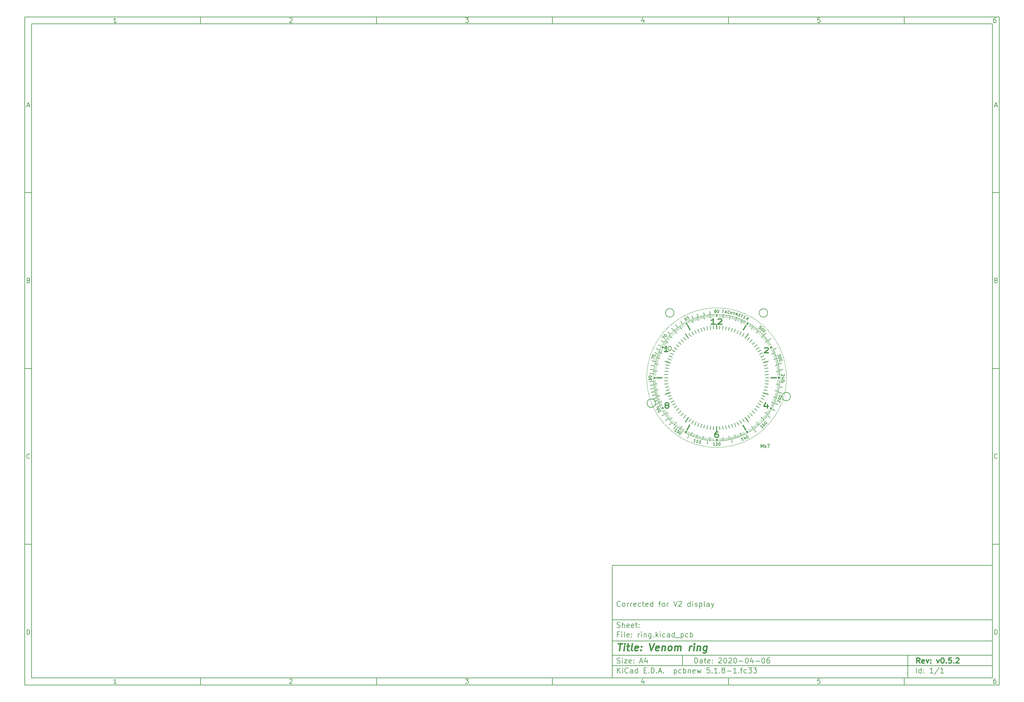
<source format=gbr>
G04 #@! TF.GenerationSoftware,KiCad,Pcbnew,5.1.8-1.fc33*
G04 #@! TF.CreationDate,2021-08-02T18:24:44+02:00*
G04 #@! TF.ProjectId,ring,72696e67-2e6b-4696-9361-645f70636258,v0.5.2*
G04 #@! TF.SameCoordinates,Original*
G04 #@! TF.FileFunction,Legend,Top*
G04 #@! TF.FilePolarity,Positive*
%FSLAX46Y46*%
G04 Gerber Fmt 4.6, Leading zero omitted, Abs format (unit mm)*
G04 Created by KiCad (PCBNEW 5.1.8-1.fc33) date 2021-08-02 18:24:44*
%MOMM*%
%LPD*%
G01*
G04 APERTURE LIST*
%ADD10C,0.100000*%
%ADD11C,0.150000*%
%ADD12C,0.300000*%
%ADD13C,0.400000*%
%ADD14C,0.200000*%
%ADD15C,0.250000*%
%ADD16C,0.120000*%
G04 APERTURE END LIST*
D10*
D11*
X177002200Y-166007200D02*
X177002200Y-198007200D01*
X285002200Y-198007200D01*
X285002200Y-166007200D01*
X177002200Y-166007200D01*
D10*
D11*
X10000000Y-10000000D02*
X10000000Y-200007200D01*
X287002200Y-200007200D01*
X287002200Y-10000000D01*
X10000000Y-10000000D01*
D10*
D11*
X12000000Y-12000000D02*
X12000000Y-198007200D01*
X285002200Y-198007200D01*
X285002200Y-12000000D01*
X12000000Y-12000000D01*
D10*
D11*
X60000000Y-12000000D02*
X60000000Y-10000000D01*
D10*
D11*
X110000000Y-12000000D02*
X110000000Y-10000000D01*
D10*
D11*
X160000000Y-12000000D02*
X160000000Y-10000000D01*
D10*
D11*
X210000000Y-12000000D02*
X210000000Y-10000000D01*
D10*
D11*
X260000000Y-12000000D02*
X260000000Y-10000000D01*
D10*
D11*
X36065476Y-11588095D02*
X35322619Y-11588095D01*
X35694047Y-11588095D02*
X35694047Y-10288095D01*
X35570238Y-10473809D01*
X35446428Y-10597619D01*
X35322619Y-10659523D01*
D10*
D11*
X85322619Y-10411904D02*
X85384523Y-10350000D01*
X85508333Y-10288095D01*
X85817857Y-10288095D01*
X85941666Y-10350000D01*
X86003571Y-10411904D01*
X86065476Y-10535714D01*
X86065476Y-10659523D01*
X86003571Y-10845238D01*
X85260714Y-11588095D01*
X86065476Y-11588095D01*
D10*
D11*
X135260714Y-10288095D02*
X136065476Y-10288095D01*
X135632142Y-10783333D01*
X135817857Y-10783333D01*
X135941666Y-10845238D01*
X136003571Y-10907142D01*
X136065476Y-11030952D01*
X136065476Y-11340476D01*
X136003571Y-11464285D01*
X135941666Y-11526190D01*
X135817857Y-11588095D01*
X135446428Y-11588095D01*
X135322619Y-11526190D01*
X135260714Y-11464285D01*
D10*
D11*
X185941666Y-10721428D02*
X185941666Y-11588095D01*
X185632142Y-10226190D02*
X185322619Y-11154761D01*
X186127380Y-11154761D01*
D10*
D11*
X236003571Y-10288095D02*
X235384523Y-10288095D01*
X235322619Y-10907142D01*
X235384523Y-10845238D01*
X235508333Y-10783333D01*
X235817857Y-10783333D01*
X235941666Y-10845238D01*
X236003571Y-10907142D01*
X236065476Y-11030952D01*
X236065476Y-11340476D01*
X236003571Y-11464285D01*
X235941666Y-11526190D01*
X235817857Y-11588095D01*
X235508333Y-11588095D01*
X235384523Y-11526190D01*
X235322619Y-11464285D01*
D10*
D11*
X285941666Y-10288095D02*
X285694047Y-10288095D01*
X285570238Y-10350000D01*
X285508333Y-10411904D01*
X285384523Y-10597619D01*
X285322619Y-10845238D01*
X285322619Y-11340476D01*
X285384523Y-11464285D01*
X285446428Y-11526190D01*
X285570238Y-11588095D01*
X285817857Y-11588095D01*
X285941666Y-11526190D01*
X286003571Y-11464285D01*
X286065476Y-11340476D01*
X286065476Y-11030952D01*
X286003571Y-10907142D01*
X285941666Y-10845238D01*
X285817857Y-10783333D01*
X285570238Y-10783333D01*
X285446428Y-10845238D01*
X285384523Y-10907142D01*
X285322619Y-11030952D01*
D10*
D11*
X60000000Y-198007200D02*
X60000000Y-200007200D01*
D10*
D11*
X110000000Y-198007200D02*
X110000000Y-200007200D01*
D10*
D11*
X160000000Y-198007200D02*
X160000000Y-200007200D01*
D10*
D11*
X210000000Y-198007200D02*
X210000000Y-200007200D01*
D10*
D11*
X260000000Y-198007200D02*
X260000000Y-200007200D01*
D10*
D11*
X36065476Y-199595295D02*
X35322619Y-199595295D01*
X35694047Y-199595295D02*
X35694047Y-198295295D01*
X35570238Y-198481009D01*
X35446428Y-198604819D01*
X35322619Y-198666723D01*
D10*
D11*
X85322619Y-198419104D02*
X85384523Y-198357200D01*
X85508333Y-198295295D01*
X85817857Y-198295295D01*
X85941666Y-198357200D01*
X86003571Y-198419104D01*
X86065476Y-198542914D01*
X86065476Y-198666723D01*
X86003571Y-198852438D01*
X85260714Y-199595295D01*
X86065476Y-199595295D01*
D10*
D11*
X135260714Y-198295295D02*
X136065476Y-198295295D01*
X135632142Y-198790533D01*
X135817857Y-198790533D01*
X135941666Y-198852438D01*
X136003571Y-198914342D01*
X136065476Y-199038152D01*
X136065476Y-199347676D01*
X136003571Y-199471485D01*
X135941666Y-199533390D01*
X135817857Y-199595295D01*
X135446428Y-199595295D01*
X135322619Y-199533390D01*
X135260714Y-199471485D01*
D10*
D11*
X185941666Y-198728628D02*
X185941666Y-199595295D01*
X185632142Y-198233390D02*
X185322619Y-199161961D01*
X186127380Y-199161961D01*
D10*
D11*
X236003571Y-198295295D02*
X235384523Y-198295295D01*
X235322619Y-198914342D01*
X235384523Y-198852438D01*
X235508333Y-198790533D01*
X235817857Y-198790533D01*
X235941666Y-198852438D01*
X236003571Y-198914342D01*
X236065476Y-199038152D01*
X236065476Y-199347676D01*
X236003571Y-199471485D01*
X235941666Y-199533390D01*
X235817857Y-199595295D01*
X235508333Y-199595295D01*
X235384523Y-199533390D01*
X235322619Y-199471485D01*
D10*
D11*
X285941666Y-198295295D02*
X285694047Y-198295295D01*
X285570238Y-198357200D01*
X285508333Y-198419104D01*
X285384523Y-198604819D01*
X285322619Y-198852438D01*
X285322619Y-199347676D01*
X285384523Y-199471485D01*
X285446428Y-199533390D01*
X285570238Y-199595295D01*
X285817857Y-199595295D01*
X285941666Y-199533390D01*
X286003571Y-199471485D01*
X286065476Y-199347676D01*
X286065476Y-199038152D01*
X286003571Y-198914342D01*
X285941666Y-198852438D01*
X285817857Y-198790533D01*
X285570238Y-198790533D01*
X285446428Y-198852438D01*
X285384523Y-198914342D01*
X285322619Y-199038152D01*
D10*
D11*
X10000000Y-60000000D02*
X12000000Y-60000000D01*
D10*
D11*
X10000000Y-110000000D02*
X12000000Y-110000000D01*
D10*
D11*
X10000000Y-160000000D02*
X12000000Y-160000000D01*
D10*
D11*
X10690476Y-35216666D02*
X11309523Y-35216666D01*
X10566666Y-35588095D02*
X11000000Y-34288095D01*
X11433333Y-35588095D01*
D10*
D11*
X11092857Y-84907142D02*
X11278571Y-84969047D01*
X11340476Y-85030952D01*
X11402380Y-85154761D01*
X11402380Y-85340476D01*
X11340476Y-85464285D01*
X11278571Y-85526190D01*
X11154761Y-85588095D01*
X10659523Y-85588095D01*
X10659523Y-84288095D01*
X11092857Y-84288095D01*
X11216666Y-84350000D01*
X11278571Y-84411904D01*
X11340476Y-84535714D01*
X11340476Y-84659523D01*
X11278571Y-84783333D01*
X11216666Y-84845238D01*
X11092857Y-84907142D01*
X10659523Y-84907142D01*
D10*
D11*
X11402380Y-135464285D02*
X11340476Y-135526190D01*
X11154761Y-135588095D01*
X11030952Y-135588095D01*
X10845238Y-135526190D01*
X10721428Y-135402380D01*
X10659523Y-135278571D01*
X10597619Y-135030952D01*
X10597619Y-134845238D01*
X10659523Y-134597619D01*
X10721428Y-134473809D01*
X10845238Y-134350000D01*
X11030952Y-134288095D01*
X11154761Y-134288095D01*
X11340476Y-134350000D01*
X11402380Y-134411904D01*
D10*
D11*
X10659523Y-185588095D02*
X10659523Y-184288095D01*
X10969047Y-184288095D01*
X11154761Y-184350000D01*
X11278571Y-184473809D01*
X11340476Y-184597619D01*
X11402380Y-184845238D01*
X11402380Y-185030952D01*
X11340476Y-185278571D01*
X11278571Y-185402380D01*
X11154761Y-185526190D01*
X10969047Y-185588095D01*
X10659523Y-185588095D01*
D10*
D11*
X287002200Y-60000000D02*
X285002200Y-60000000D01*
D10*
D11*
X287002200Y-110000000D02*
X285002200Y-110000000D01*
D10*
D11*
X287002200Y-160000000D02*
X285002200Y-160000000D01*
D10*
D11*
X285692676Y-35216666D02*
X286311723Y-35216666D01*
X285568866Y-35588095D02*
X286002200Y-34288095D01*
X286435533Y-35588095D01*
D10*
D11*
X286095057Y-84907142D02*
X286280771Y-84969047D01*
X286342676Y-85030952D01*
X286404580Y-85154761D01*
X286404580Y-85340476D01*
X286342676Y-85464285D01*
X286280771Y-85526190D01*
X286156961Y-85588095D01*
X285661723Y-85588095D01*
X285661723Y-84288095D01*
X286095057Y-84288095D01*
X286218866Y-84350000D01*
X286280771Y-84411904D01*
X286342676Y-84535714D01*
X286342676Y-84659523D01*
X286280771Y-84783333D01*
X286218866Y-84845238D01*
X286095057Y-84907142D01*
X285661723Y-84907142D01*
D10*
D11*
X286404580Y-135464285D02*
X286342676Y-135526190D01*
X286156961Y-135588095D01*
X286033152Y-135588095D01*
X285847438Y-135526190D01*
X285723628Y-135402380D01*
X285661723Y-135278571D01*
X285599819Y-135030952D01*
X285599819Y-134845238D01*
X285661723Y-134597619D01*
X285723628Y-134473809D01*
X285847438Y-134350000D01*
X286033152Y-134288095D01*
X286156961Y-134288095D01*
X286342676Y-134350000D01*
X286404580Y-134411904D01*
D10*
D11*
X285661723Y-185588095D02*
X285661723Y-184288095D01*
X285971247Y-184288095D01*
X286156961Y-184350000D01*
X286280771Y-184473809D01*
X286342676Y-184597619D01*
X286404580Y-184845238D01*
X286404580Y-185030952D01*
X286342676Y-185278571D01*
X286280771Y-185402380D01*
X286156961Y-185526190D01*
X285971247Y-185588095D01*
X285661723Y-185588095D01*
D10*
D11*
X200434342Y-193785771D02*
X200434342Y-192285771D01*
X200791485Y-192285771D01*
X201005771Y-192357200D01*
X201148628Y-192500057D01*
X201220057Y-192642914D01*
X201291485Y-192928628D01*
X201291485Y-193142914D01*
X201220057Y-193428628D01*
X201148628Y-193571485D01*
X201005771Y-193714342D01*
X200791485Y-193785771D01*
X200434342Y-193785771D01*
X202577200Y-193785771D02*
X202577200Y-193000057D01*
X202505771Y-192857200D01*
X202362914Y-192785771D01*
X202077200Y-192785771D01*
X201934342Y-192857200D01*
X202577200Y-193714342D02*
X202434342Y-193785771D01*
X202077200Y-193785771D01*
X201934342Y-193714342D01*
X201862914Y-193571485D01*
X201862914Y-193428628D01*
X201934342Y-193285771D01*
X202077200Y-193214342D01*
X202434342Y-193214342D01*
X202577200Y-193142914D01*
X203077200Y-192785771D02*
X203648628Y-192785771D01*
X203291485Y-192285771D02*
X203291485Y-193571485D01*
X203362914Y-193714342D01*
X203505771Y-193785771D01*
X203648628Y-193785771D01*
X204720057Y-193714342D02*
X204577200Y-193785771D01*
X204291485Y-193785771D01*
X204148628Y-193714342D01*
X204077200Y-193571485D01*
X204077200Y-193000057D01*
X204148628Y-192857200D01*
X204291485Y-192785771D01*
X204577200Y-192785771D01*
X204720057Y-192857200D01*
X204791485Y-193000057D01*
X204791485Y-193142914D01*
X204077200Y-193285771D01*
X205434342Y-193642914D02*
X205505771Y-193714342D01*
X205434342Y-193785771D01*
X205362914Y-193714342D01*
X205434342Y-193642914D01*
X205434342Y-193785771D01*
X205434342Y-192857200D02*
X205505771Y-192928628D01*
X205434342Y-193000057D01*
X205362914Y-192928628D01*
X205434342Y-192857200D01*
X205434342Y-193000057D01*
X207220057Y-192428628D02*
X207291485Y-192357200D01*
X207434342Y-192285771D01*
X207791485Y-192285771D01*
X207934342Y-192357200D01*
X208005771Y-192428628D01*
X208077200Y-192571485D01*
X208077200Y-192714342D01*
X208005771Y-192928628D01*
X207148628Y-193785771D01*
X208077200Y-193785771D01*
X209005771Y-192285771D02*
X209148628Y-192285771D01*
X209291485Y-192357200D01*
X209362914Y-192428628D01*
X209434342Y-192571485D01*
X209505771Y-192857200D01*
X209505771Y-193214342D01*
X209434342Y-193500057D01*
X209362914Y-193642914D01*
X209291485Y-193714342D01*
X209148628Y-193785771D01*
X209005771Y-193785771D01*
X208862914Y-193714342D01*
X208791485Y-193642914D01*
X208720057Y-193500057D01*
X208648628Y-193214342D01*
X208648628Y-192857200D01*
X208720057Y-192571485D01*
X208791485Y-192428628D01*
X208862914Y-192357200D01*
X209005771Y-192285771D01*
X210077200Y-192428628D02*
X210148628Y-192357200D01*
X210291485Y-192285771D01*
X210648628Y-192285771D01*
X210791485Y-192357200D01*
X210862914Y-192428628D01*
X210934342Y-192571485D01*
X210934342Y-192714342D01*
X210862914Y-192928628D01*
X210005771Y-193785771D01*
X210934342Y-193785771D01*
X211862914Y-192285771D02*
X212005771Y-192285771D01*
X212148628Y-192357200D01*
X212220057Y-192428628D01*
X212291485Y-192571485D01*
X212362914Y-192857200D01*
X212362914Y-193214342D01*
X212291485Y-193500057D01*
X212220057Y-193642914D01*
X212148628Y-193714342D01*
X212005771Y-193785771D01*
X211862914Y-193785771D01*
X211720057Y-193714342D01*
X211648628Y-193642914D01*
X211577200Y-193500057D01*
X211505771Y-193214342D01*
X211505771Y-192857200D01*
X211577200Y-192571485D01*
X211648628Y-192428628D01*
X211720057Y-192357200D01*
X211862914Y-192285771D01*
X213005771Y-193214342D02*
X214148628Y-193214342D01*
X215148628Y-192285771D02*
X215291485Y-192285771D01*
X215434342Y-192357200D01*
X215505771Y-192428628D01*
X215577200Y-192571485D01*
X215648628Y-192857200D01*
X215648628Y-193214342D01*
X215577200Y-193500057D01*
X215505771Y-193642914D01*
X215434342Y-193714342D01*
X215291485Y-193785771D01*
X215148628Y-193785771D01*
X215005771Y-193714342D01*
X214934342Y-193642914D01*
X214862914Y-193500057D01*
X214791485Y-193214342D01*
X214791485Y-192857200D01*
X214862914Y-192571485D01*
X214934342Y-192428628D01*
X215005771Y-192357200D01*
X215148628Y-192285771D01*
X216934342Y-192785771D02*
X216934342Y-193785771D01*
X216577200Y-192214342D02*
X216220057Y-193285771D01*
X217148628Y-193285771D01*
X217720057Y-193214342D02*
X218862914Y-193214342D01*
X219862914Y-192285771D02*
X220005771Y-192285771D01*
X220148628Y-192357200D01*
X220220057Y-192428628D01*
X220291485Y-192571485D01*
X220362914Y-192857200D01*
X220362914Y-193214342D01*
X220291485Y-193500057D01*
X220220057Y-193642914D01*
X220148628Y-193714342D01*
X220005771Y-193785771D01*
X219862914Y-193785771D01*
X219720057Y-193714342D01*
X219648628Y-193642914D01*
X219577200Y-193500057D01*
X219505771Y-193214342D01*
X219505771Y-192857200D01*
X219577200Y-192571485D01*
X219648628Y-192428628D01*
X219720057Y-192357200D01*
X219862914Y-192285771D01*
X221648628Y-192285771D02*
X221362914Y-192285771D01*
X221220057Y-192357200D01*
X221148628Y-192428628D01*
X221005771Y-192642914D01*
X220934342Y-192928628D01*
X220934342Y-193500057D01*
X221005771Y-193642914D01*
X221077200Y-193714342D01*
X221220057Y-193785771D01*
X221505771Y-193785771D01*
X221648628Y-193714342D01*
X221720057Y-193642914D01*
X221791485Y-193500057D01*
X221791485Y-193142914D01*
X221720057Y-193000057D01*
X221648628Y-192928628D01*
X221505771Y-192857200D01*
X221220057Y-192857200D01*
X221077200Y-192928628D01*
X221005771Y-193000057D01*
X220934342Y-193142914D01*
D10*
D11*
X177002200Y-194507200D02*
X285002200Y-194507200D01*
D10*
D11*
X178434342Y-196585771D02*
X178434342Y-195085771D01*
X179291485Y-196585771D02*
X178648628Y-195728628D01*
X179291485Y-195085771D02*
X178434342Y-195942914D01*
X179934342Y-196585771D02*
X179934342Y-195585771D01*
X179934342Y-195085771D02*
X179862914Y-195157200D01*
X179934342Y-195228628D01*
X180005771Y-195157200D01*
X179934342Y-195085771D01*
X179934342Y-195228628D01*
X181505771Y-196442914D02*
X181434342Y-196514342D01*
X181220057Y-196585771D01*
X181077200Y-196585771D01*
X180862914Y-196514342D01*
X180720057Y-196371485D01*
X180648628Y-196228628D01*
X180577200Y-195942914D01*
X180577200Y-195728628D01*
X180648628Y-195442914D01*
X180720057Y-195300057D01*
X180862914Y-195157200D01*
X181077200Y-195085771D01*
X181220057Y-195085771D01*
X181434342Y-195157200D01*
X181505771Y-195228628D01*
X182791485Y-196585771D02*
X182791485Y-195800057D01*
X182720057Y-195657200D01*
X182577200Y-195585771D01*
X182291485Y-195585771D01*
X182148628Y-195657200D01*
X182791485Y-196514342D02*
X182648628Y-196585771D01*
X182291485Y-196585771D01*
X182148628Y-196514342D01*
X182077200Y-196371485D01*
X182077200Y-196228628D01*
X182148628Y-196085771D01*
X182291485Y-196014342D01*
X182648628Y-196014342D01*
X182791485Y-195942914D01*
X184148628Y-196585771D02*
X184148628Y-195085771D01*
X184148628Y-196514342D02*
X184005771Y-196585771D01*
X183720057Y-196585771D01*
X183577200Y-196514342D01*
X183505771Y-196442914D01*
X183434342Y-196300057D01*
X183434342Y-195871485D01*
X183505771Y-195728628D01*
X183577200Y-195657200D01*
X183720057Y-195585771D01*
X184005771Y-195585771D01*
X184148628Y-195657200D01*
X186005771Y-195800057D02*
X186505771Y-195800057D01*
X186720057Y-196585771D02*
X186005771Y-196585771D01*
X186005771Y-195085771D01*
X186720057Y-195085771D01*
X187362914Y-196442914D02*
X187434342Y-196514342D01*
X187362914Y-196585771D01*
X187291485Y-196514342D01*
X187362914Y-196442914D01*
X187362914Y-196585771D01*
X188077200Y-196585771D02*
X188077200Y-195085771D01*
X188434342Y-195085771D01*
X188648628Y-195157200D01*
X188791485Y-195300057D01*
X188862914Y-195442914D01*
X188934342Y-195728628D01*
X188934342Y-195942914D01*
X188862914Y-196228628D01*
X188791485Y-196371485D01*
X188648628Y-196514342D01*
X188434342Y-196585771D01*
X188077200Y-196585771D01*
X189577200Y-196442914D02*
X189648628Y-196514342D01*
X189577200Y-196585771D01*
X189505771Y-196514342D01*
X189577200Y-196442914D01*
X189577200Y-196585771D01*
X190220057Y-196157200D02*
X190934342Y-196157200D01*
X190077200Y-196585771D02*
X190577200Y-195085771D01*
X191077200Y-196585771D01*
X191577200Y-196442914D02*
X191648628Y-196514342D01*
X191577200Y-196585771D01*
X191505771Y-196514342D01*
X191577200Y-196442914D01*
X191577200Y-196585771D01*
X194577200Y-195585771D02*
X194577200Y-197085771D01*
X194577200Y-195657200D02*
X194720057Y-195585771D01*
X195005771Y-195585771D01*
X195148628Y-195657200D01*
X195220057Y-195728628D01*
X195291485Y-195871485D01*
X195291485Y-196300057D01*
X195220057Y-196442914D01*
X195148628Y-196514342D01*
X195005771Y-196585771D01*
X194720057Y-196585771D01*
X194577200Y-196514342D01*
X196577200Y-196514342D02*
X196434342Y-196585771D01*
X196148628Y-196585771D01*
X196005771Y-196514342D01*
X195934342Y-196442914D01*
X195862914Y-196300057D01*
X195862914Y-195871485D01*
X195934342Y-195728628D01*
X196005771Y-195657200D01*
X196148628Y-195585771D01*
X196434342Y-195585771D01*
X196577200Y-195657200D01*
X197220057Y-196585771D02*
X197220057Y-195085771D01*
X197220057Y-195657200D02*
X197362914Y-195585771D01*
X197648628Y-195585771D01*
X197791485Y-195657200D01*
X197862914Y-195728628D01*
X197934342Y-195871485D01*
X197934342Y-196300057D01*
X197862914Y-196442914D01*
X197791485Y-196514342D01*
X197648628Y-196585771D01*
X197362914Y-196585771D01*
X197220057Y-196514342D01*
X198577200Y-195585771D02*
X198577200Y-196585771D01*
X198577200Y-195728628D02*
X198648628Y-195657200D01*
X198791485Y-195585771D01*
X199005771Y-195585771D01*
X199148628Y-195657200D01*
X199220057Y-195800057D01*
X199220057Y-196585771D01*
X200505771Y-196514342D02*
X200362914Y-196585771D01*
X200077200Y-196585771D01*
X199934342Y-196514342D01*
X199862914Y-196371485D01*
X199862914Y-195800057D01*
X199934342Y-195657200D01*
X200077200Y-195585771D01*
X200362914Y-195585771D01*
X200505771Y-195657200D01*
X200577200Y-195800057D01*
X200577200Y-195942914D01*
X199862914Y-196085771D01*
X201077200Y-195585771D02*
X201362914Y-196585771D01*
X201648628Y-195871485D01*
X201934342Y-196585771D01*
X202220057Y-195585771D01*
X204648628Y-195085771D02*
X203934342Y-195085771D01*
X203862914Y-195800057D01*
X203934342Y-195728628D01*
X204077200Y-195657200D01*
X204434342Y-195657200D01*
X204577200Y-195728628D01*
X204648628Y-195800057D01*
X204720057Y-195942914D01*
X204720057Y-196300057D01*
X204648628Y-196442914D01*
X204577200Y-196514342D01*
X204434342Y-196585771D01*
X204077200Y-196585771D01*
X203934342Y-196514342D01*
X203862914Y-196442914D01*
X205362914Y-196442914D02*
X205434342Y-196514342D01*
X205362914Y-196585771D01*
X205291485Y-196514342D01*
X205362914Y-196442914D01*
X205362914Y-196585771D01*
X206862914Y-196585771D02*
X206005771Y-196585771D01*
X206434342Y-196585771D02*
X206434342Y-195085771D01*
X206291485Y-195300057D01*
X206148628Y-195442914D01*
X206005771Y-195514342D01*
X207505771Y-196442914D02*
X207577200Y-196514342D01*
X207505771Y-196585771D01*
X207434342Y-196514342D01*
X207505771Y-196442914D01*
X207505771Y-196585771D01*
X208434342Y-195728628D02*
X208291485Y-195657200D01*
X208220057Y-195585771D01*
X208148628Y-195442914D01*
X208148628Y-195371485D01*
X208220057Y-195228628D01*
X208291485Y-195157200D01*
X208434342Y-195085771D01*
X208720057Y-195085771D01*
X208862914Y-195157200D01*
X208934342Y-195228628D01*
X209005771Y-195371485D01*
X209005771Y-195442914D01*
X208934342Y-195585771D01*
X208862914Y-195657200D01*
X208720057Y-195728628D01*
X208434342Y-195728628D01*
X208291485Y-195800057D01*
X208220057Y-195871485D01*
X208148628Y-196014342D01*
X208148628Y-196300057D01*
X208220057Y-196442914D01*
X208291485Y-196514342D01*
X208434342Y-196585771D01*
X208720057Y-196585771D01*
X208862914Y-196514342D01*
X208934342Y-196442914D01*
X209005771Y-196300057D01*
X209005771Y-196014342D01*
X208934342Y-195871485D01*
X208862914Y-195800057D01*
X208720057Y-195728628D01*
X209648628Y-196014342D02*
X210791485Y-196014342D01*
X212291485Y-196585771D02*
X211434342Y-196585771D01*
X211862914Y-196585771D02*
X211862914Y-195085771D01*
X211720057Y-195300057D01*
X211577200Y-195442914D01*
X211434342Y-195514342D01*
X212934342Y-196442914D02*
X213005771Y-196514342D01*
X212934342Y-196585771D01*
X212862914Y-196514342D01*
X212934342Y-196442914D01*
X212934342Y-196585771D01*
X213434342Y-195585771D02*
X214005771Y-195585771D01*
X213648628Y-196585771D02*
X213648628Y-195300057D01*
X213720057Y-195157200D01*
X213862914Y-195085771D01*
X214005771Y-195085771D01*
X215148628Y-196514342D02*
X215005771Y-196585771D01*
X214720057Y-196585771D01*
X214577200Y-196514342D01*
X214505771Y-196442914D01*
X214434342Y-196300057D01*
X214434342Y-195871485D01*
X214505771Y-195728628D01*
X214577200Y-195657200D01*
X214720057Y-195585771D01*
X215005771Y-195585771D01*
X215148628Y-195657200D01*
X215648628Y-195085771D02*
X216577200Y-195085771D01*
X216077200Y-195657200D01*
X216291485Y-195657200D01*
X216434342Y-195728628D01*
X216505771Y-195800057D01*
X216577200Y-195942914D01*
X216577200Y-196300057D01*
X216505771Y-196442914D01*
X216434342Y-196514342D01*
X216291485Y-196585771D01*
X215862914Y-196585771D01*
X215720057Y-196514342D01*
X215648628Y-196442914D01*
X217077200Y-195085771D02*
X218005771Y-195085771D01*
X217505771Y-195657200D01*
X217720057Y-195657200D01*
X217862914Y-195728628D01*
X217934342Y-195800057D01*
X218005771Y-195942914D01*
X218005771Y-196300057D01*
X217934342Y-196442914D01*
X217862914Y-196514342D01*
X217720057Y-196585771D01*
X217291485Y-196585771D01*
X217148628Y-196514342D01*
X217077200Y-196442914D01*
D10*
D11*
X177002200Y-191507200D02*
X285002200Y-191507200D01*
D10*
D12*
X264411485Y-193785771D02*
X263911485Y-193071485D01*
X263554342Y-193785771D02*
X263554342Y-192285771D01*
X264125771Y-192285771D01*
X264268628Y-192357200D01*
X264340057Y-192428628D01*
X264411485Y-192571485D01*
X264411485Y-192785771D01*
X264340057Y-192928628D01*
X264268628Y-193000057D01*
X264125771Y-193071485D01*
X263554342Y-193071485D01*
X265625771Y-193714342D02*
X265482914Y-193785771D01*
X265197200Y-193785771D01*
X265054342Y-193714342D01*
X264982914Y-193571485D01*
X264982914Y-193000057D01*
X265054342Y-192857200D01*
X265197200Y-192785771D01*
X265482914Y-192785771D01*
X265625771Y-192857200D01*
X265697200Y-193000057D01*
X265697200Y-193142914D01*
X264982914Y-193285771D01*
X266197200Y-192785771D02*
X266554342Y-193785771D01*
X266911485Y-192785771D01*
X267482914Y-193642914D02*
X267554342Y-193714342D01*
X267482914Y-193785771D01*
X267411485Y-193714342D01*
X267482914Y-193642914D01*
X267482914Y-193785771D01*
X267482914Y-192857200D02*
X267554342Y-192928628D01*
X267482914Y-193000057D01*
X267411485Y-192928628D01*
X267482914Y-192857200D01*
X267482914Y-193000057D01*
X269197200Y-192785771D02*
X269554342Y-193785771D01*
X269911485Y-192785771D01*
X270768628Y-192285771D02*
X270911485Y-192285771D01*
X271054342Y-192357200D01*
X271125771Y-192428628D01*
X271197200Y-192571485D01*
X271268628Y-192857200D01*
X271268628Y-193214342D01*
X271197200Y-193500057D01*
X271125771Y-193642914D01*
X271054342Y-193714342D01*
X270911485Y-193785771D01*
X270768628Y-193785771D01*
X270625771Y-193714342D01*
X270554342Y-193642914D01*
X270482914Y-193500057D01*
X270411485Y-193214342D01*
X270411485Y-192857200D01*
X270482914Y-192571485D01*
X270554342Y-192428628D01*
X270625771Y-192357200D01*
X270768628Y-192285771D01*
X271911485Y-193642914D02*
X271982914Y-193714342D01*
X271911485Y-193785771D01*
X271840057Y-193714342D01*
X271911485Y-193642914D01*
X271911485Y-193785771D01*
X273340057Y-192285771D02*
X272625771Y-192285771D01*
X272554342Y-193000057D01*
X272625771Y-192928628D01*
X272768628Y-192857200D01*
X273125771Y-192857200D01*
X273268628Y-192928628D01*
X273340057Y-193000057D01*
X273411485Y-193142914D01*
X273411485Y-193500057D01*
X273340057Y-193642914D01*
X273268628Y-193714342D01*
X273125771Y-193785771D01*
X272768628Y-193785771D01*
X272625771Y-193714342D01*
X272554342Y-193642914D01*
X274054342Y-193642914D02*
X274125771Y-193714342D01*
X274054342Y-193785771D01*
X273982914Y-193714342D01*
X274054342Y-193642914D01*
X274054342Y-193785771D01*
X274697200Y-192428628D02*
X274768628Y-192357200D01*
X274911485Y-192285771D01*
X275268628Y-192285771D01*
X275411485Y-192357200D01*
X275482914Y-192428628D01*
X275554342Y-192571485D01*
X275554342Y-192714342D01*
X275482914Y-192928628D01*
X274625771Y-193785771D01*
X275554342Y-193785771D01*
D10*
D11*
X178362914Y-193714342D02*
X178577200Y-193785771D01*
X178934342Y-193785771D01*
X179077200Y-193714342D01*
X179148628Y-193642914D01*
X179220057Y-193500057D01*
X179220057Y-193357200D01*
X179148628Y-193214342D01*
X179077200Y-193142914D01*
X178934342Y-193071485D01*
X178648628Y-193000057D01*
X178505771Y-192928628D01*
X178434342Y-192857200D01*
X178362914Y-192714342D01*
X178362914Y-192571485D01*
X178434342Y-192428628D01*
X178505771Y-192357200D01*
X178648628Y-192285771D01*
X179005771Y-192285771D01*
X179220057Y-192357200D01*
X179862914Y-193785771D02*
X179862914Y-192785771D01*
X179862914Y-192285771D02*
X179791485Y-192357200D01*
X179862914Y-192428628D01*
X179934342Y-192357200D01*
X179862914Y-192285771D01*
X179862914Y-192428628D01*
X180434342Y-192785771D02*
X181220057Y-192785771D01*
X180434342Y-193785771D01*
X181220057Y-193785771D01*
X182362914Y-193714342D02*
X182220057Y-193785771D01*
X181934342Y-193785771D01*
X181791485Y-193714342D01*
X181720057Y-193571485D01*
X181720057Y-193000057D01*
X181791485Y-192857200D01*
X181934342Y-192785771D01*
X182220057Y-192785771D01*
X182362914Y-192857200D01*
X182434342Y-193000057D01*
X182434342Y-193142914D01*
X181720057Y-193285771D01*
X183077200Y-193642914D02*
X183148628Y-193714342D01*
X183077200Y-193785771D01*
X183005771Y-193714342D01*
X183077200Y-193642914D01*
X183077200Y-193785771D01*
X183077200Y-192857200D02*
X183148628Y-192928628D01*
X183077200Y-193000057D01*
X183005771Y-192928628D01*
X183077200Y-192857200D01*
X183077200Y-193000057D01*
X184862914Y-193357200D02*
X185577200Y-193357200D01*
X184720057Y-193785771D02*
X185220057Y-192285771D01*
X185720057Y-193785771D01*
X186862914Y-192785771D02*
X186862914Y-193785771D01*
X186505771Y-192214342D02*
X186148628Y-193285771D01*
X187077200Y-193285771D01*
D10*
D11*
X263434342Y-196585771D02*
X263434342Y-195085771D01*
X264791485Y-196585771D02*
X264791485Y-195085771D01*
X264791485Y-196514342D02*
X264648628Y-196585771D01*
X264362914Y-196585771D01*
X264220057Y-196514342D01*
X264148628Y-196442914D01*
X264077200Y-196300057D01*
X264077200Y-195871485D01*
X264148628Y-195728628D01*
X264220057Y-195657200D01*
X264362914Y-195585771D01*
X264648628Y-195585771D01*
X264791485Y-195657200D01*
X265505771Y-196442914D02*
X265577200Y-196514342D01*
X265505771Y-196585771D01*
X265434342Y-196514342D01*
X265505771Y-196442914D01*
X265505771Y-196585771D01*
X265505771Y-195657200D02*
X265577200Y-195728628D01*
X265505771Y-195800057D01*
X265434342Y-195728628D01*
X265505771Y-195657200D01*
X265505771Y-195800057D01*
X268148628Y-196585771D02*
X267291485Y-196585771D01*
X267720057Y-196585771D02*
X267720057Y-195085771D01*
X267577200Y-195300057D01*
X267434342Y-195442914D01*
X267291485Y-195514342D01*
X269862914Y-195014342D02*
X268577200Y-196942914D01*
X271148628Y-196585771D02*
X270291485Y-196585771D01*
X270720057Y-196585771D02*
X270720057Y-195085771D01*
X270577200Y-195300057D01*
X270434342Y-195442914D01*
X270291485Y-195514342D01*
D10*
D11*
X177002200Y-187507200D02*
X285002200Y-187507200D01*
D10*
D13*
X178714580Y-188211961D02*
X179857438Y-188211961D01*
X179036009Y-190211961D02*
X179286009Y-188211961D01*
X180274104Y-190211961D02*
X180440771Y-188878628D01*
X180524104Y-188211961D02*
X180416961Y-188307200D01*
X180500295Y-188402438D01*
X180607438Y-188307200D01*
X180524104Y-188211961D01*
X180500295Y-188402438D01*
X181107438Y-188878628D02*
X181869342Y-188878628D01*
X181476485Y-188211961D02*
X181262200Y-189926247D01*
X181333628Y-190116723D01*
X181512200Y-190211961D01*
X181702676Y-190211961D01*
X182655057Y-190211961D02*
X182476485Y-190116723D01*
X182405057Y-189926247D01*
X182619342Y-188211961D01*
X184190771Y-190116723D02*
X183988390Y-190211961D01*
X183607438Y-190211961D01*
X183428866Y-190116723D01*
X183357438Y-189926247D01*
X183452676Y-189164342D01*
X183571723Y-188973866D01*
X183774104Y-188878628D01*
X184155057Y-188878628D01*
X184333628Y-188973866D01*
X184405057Y-189164342D01*
X184381247Y-189354819D01*
X183405057Y-189545295D01*
X185155057Y-190021485D02*
X185238390Y-190116723D01*
X185131247Y-190211961D01*
X185047914Y-190116723D01*
X185155057Y-190021485D01*
X185131247Y-190211961D01*
X185286009Y-188973866D02*
X185369342Y-189069104D01*
X185262200Y-189164342D01*
X185178866Y-189069104D01*
X185286009Y-188973866D01*
X185262200Y-189164342D01*
X187571723Y-188211961D02*
X187988390Y-190211961D01*
X188905057Y-188211961D01*
X190095533Y-190116723D02*
X189893152Y-190211961D01*
X189512200Y-190211961D01*
X189333628Y-190116723D01*
X189262200Y-189926247D01*
X189357438Y-189164342D01*
X189476485Y-188973866D01*
X189678866Y-188878628D01*
X190059819Y-188878628D01*
X190238390Y-188973866D01*
X190309819Y-189164342D01*
X190286009Y-189354819D01*
X189309819Y-189545295D01*
X191202676Y-188878628D02*
X191036009Y-190211961D01*
X191178866Y-189069104D02*
X191286009Y-188973866D01*
X191488390Y-188878628D01*
X191774104Y-188878628D01*
X191952676Y-188973866D01*
X192024104Y-189164342D01*
X191893152Y-190211961D01*
X193131247Y-190211961D02*
X192952676Y-190116723D01*
X192869342Y-190021485D01*
X192797914Y-189831009D01*
X192869342Y-189259580D01*
X192988390Y-189069104D01*
X193095533Y-188973866D01*
X193297914Y-188878628D01*
X193583628Y-188878628D01*
X193762200Y-188973866D01*
X193845533Y-189069104D01*
X193916961Y-189259580D01*
X193845533Y-189831009D01*
X193726485Y-190021485D01*
X193619342Y-190116723D01*
X193416961Y-190211961D01*
X193131247Y-190211961D01*
X194655057Y-190211961D02*
X194821723Y-188878628D01*
X194797914Y-189069104D02*
X194905057Y-188973866D01*
X195107438Y-188878628D01*
X195393152Y-188878628D01*
X195571723Y-188973866D01*
X195643152Y-189164342D01*
X195512200Y-190211961D01*
X195643152Y-189164342D02*
X195762200Y-188973866D01*
X195964580Y-188878628D01*
X196250295Y-188878628D01*
X196428866Y-188973866D01*
X196500295Y-189164342D01*
X196369342Y-190211961D01*
X198845533Y-190211961D02*
X199012200Y-188878628D01*
X198964580Y-189259580D02*
X199083628Y-189069104D01*
X199190771Y-188973866D01*
X199393152Y-188878628D01*
X199583628Y-188878628D01*
X200083628Y-190211961D02*
X200250295Y-188878628D01*
X200333628Y-188211961D02*
X200226485Y-188307200D01*
X200309819Y-188402438D01*
X200416961Y-188307200D01*
X200333628Y-188211961D01*
X200309819Y-188402438D01*
X201202676Y-188878628D02*
X201036009Y-190211961D01*
X201178866Y-189069104D02*
X201286009Y-188973866D01*
X201488390Y-188878628D01*
X201774104Y-188878628D01*
X201952676Y-188973866D01*
X202024104Y-189164342D01*
X201893152Y-190211961D01*
X203869342Y-188878628D02*
X203666961Y-190497676D01*
X203547914Y-190688152D01*
X203440771Y-190783390D01*
X203238390Y-190878628D01*
X202952676Y-190878628D01*
X202774104Y-190783390D01*
X203714580Y-190116723D02*
X203512200Y-190211961D01*
X203131247Y-190211961D01*
X202952676Y-190116723D01*
X202869342Y-190021485D01*
X202797914Y-189831009D01*
X202869342Y-189259580D01*
X202988390Y-189069104D01*
X203095533Y-188973866D01*
X203297914Y-188878628D01*
X203678866Y-188878628D01*
X203857438Y-188973866D01*
D10*
D11*
X178934342Y-185600057D02*
X178434342Y-185600057D01*
X178434342Y-186385771D02*
X178434342Y-184885771D01*
X179148628Y-184885771D01*
X179720057Y-186385771D02*
X179720057Y-185385771D01*
X179720057Y-184885771D02*
X179648628Y-184957200D01*
X179720057Y-185028628D01*
X179791485Y-184957200D01*
X179720057Y-184885771D01*
X179720057Y-185028628D01*
X180648628Y-186385771D02*
X180505771Y-186314342D01*
X180434342Y-186171485D01*
X180434342Y-184885771D01*
X181791485Y-186314342D02*
X181648628Y-186385771D01*
X181362914Y-186385771D01*
X181220057Y-186314342D01*
X181148628Y-186171485D01*
X181148628Y-185600057D01*
X181220057Y-185457200D01*
X181362914Y-185385771D01*
X181648628Y-185385771D01*
X181791485Y-185457200D01*
X181862914Y-185600057D01*
X181862914Y-185742914D01*
X181148628Y-185885771D01*
X182505771Y-186242914D02*
X182577200Y-186314342D01*
X182505771Y-186385771D01*
X182434342Y-186314342D01*
X182505771Y-186242914D01*
X182505771Y-186385771D01*
X182505771Y-185457200D02*
X182577200Y-185528628D01*
X182505771Y-185600057D01*
X182434342Y-185528628D01*
X182505771Y-185457200D01*
X182505771Y-185600057D01*
X184362914Y-186385771D02*
X184362914Y-185385771D01*
X184362914Y-185671485D02*
X184434342Y-185528628D01*
X184505771Y-185457200D01*
X184648628Y-185385771D01*
X184791485Y-185385771D01*
X185291485Y-186385771D02*
X185291485Y-185385771D01*
X185291485Y-184885771D02*
X185220057Y-184957200D01*
X185291485Y-185028628D01*
X185362914Y-184957200D01*
X185291485Y-184885771D01*
X185291485Y-185028628D01*
X186005771Y-185385771D02*
X186005771Y-186385771D01*
X186005771Y-185528628D02*
X186077200Y-185457200D01*
X186220057Y-185385771D01*
X186434342Y-185385771D01*
X186577200Y-185457200D01*
X186648628Y-185600057D01*
X186648628Y-186385771D01*
X188005771Y-185385771D02*
X188005771Y-186600057D01*
X187934342Y-186742914D01*
X187862914Y-186814342D01*
X187720057Y-186885771D01*
X187505771Y-186885771D01*
X187362914Y-186814342D01*
X188005771Y-186314342D02*
X187862914Y-186385771D01*
X187577200Y-186385771D01*
X187434342Y-186314342D01*
X187362914Y-186242914D01*
X187291485Y-186100057D01*
X187291485Y-185671485D01*
X187362914Y-185528628D01*
X187434342Y-185457200D01*
X187577200Y-185385771D01*
X187862914Y-185385771D01*
X188005771Y-185457200D01*
X188720057Y-186242914D02*
X188791485Y-186314342D01*
X188720057Y-186385771D01*
X188648628Y-186314342D01*
X188720057Y-186242914D01*
X188720057Y-186385771D01*
X189434342Y-186385771D02*
X189434342Y-184885771D01*
X189577200Y-185814342D02*
X190005771Y-186385771D01*
X190005771Y-185385771D02*
X189434342Y-185957200D01*
X190648628Y-186385771D02*
X190648628Y-185385771D01*
X190648628Y-184885771D02*
X190577200Y-184957200D01*
X190648628Y-185028628D01*
X190720057Y-184957200D01*
X190648628Y-184885771D01*
X190648628Y-185028628D01*
X192005771Y-186314342D02*
X191862914Y-186385771D01*
X191577200Y-186385771D01*
X191434342Y-186314342D01*
X191362914Y-186242914D01*
X191291485Y-186100057D01*
X191291485Y-185671485D01*
X191362914Y-185528628D01*
X191434342Y-185457200D01*
X191577200Y-185385771D01*
X191862914Y-185385771D01*
X192005771Y-185457200D01*
X193291485Y-186385771D02*
X193291485Y-185600057D01*
X193220057Y-185457200D01*
X193077200Y-185385771D01*
X192791485Y-185385771D01*
X192648628Y-185457200D01*
X193291485Y-186314342D02*
X193148628Y-186385771D01*
X192791485Y-186385771D01*
X192648628Y-186314342D01*
X192577200Y-186171485D01*
X192577200Y-186028628D01*
X192648628Y-185885771D01*
X192791485Y-185814342D01*
X193148628Y-185814342D01*
X193291485Y-185742914D01*
X194648628Y-186385771D02*
X194648628Y-184885771D01*
X194648628Y-186314342D02*
X194505771Y-186385771D01*
X194220057Y-186385771D01*
X194077200Y-186314342D01*
X194005771Y-186242914D01*
X193934342Y-186100057D01*
X193934342Y-185671485D01*
X194005771Y-185528628D01*
X194077200Y-185457200D01*
X194220057Y-185385771D01*
X194505771Y-185385771D01*
X194648628Y-185457200D01*
X195005771Y-186528628D02*
X196148628Y-186528628D01*
X196505771Y-185385771D02*
X196505771Y-186885771D01*
X196505771Y-185457200D02*
X196648628Y-185385771D01*
X196934342Y-185385771D01*
X197077200Y-185457200D01*
X197148628Y-185528628D01*
X197220057Y-185671485D01*
X197220057Y-186100057D01*
X197148628Y-186242914D01*
X197077200Y-186314342D01*
X196934342Y-186385771D01*
X196648628Y-186385771D01*
X196505771Y-186314342D01*
X198505771Y-186314342D02*
X198362914Y-186385771D01*
X198077200Y-186385771D01*
X197934342Y-186314342D01*
X197862914Y-186242914D01*
X197791485Y-186100057D01*
X197791485Y-185671485D01*
X197862914Y-185528628D01*
X197934342Y-185457200D01*
X198077200Y-185385771D01*
X198362914Y-185385771D01*
X198505771Y-185457200D01*
X199148628Y-186385771D02*
X199148628Y-184885771D01*
X199148628Y-185457200D02*
X199291485Y-185385771D01*
X199577200Y-185385771D01*
X199720057Y-185457200D01*
X199791485Y-185528628D01*
X199862914Y-185671485D01*
X199862914Y-186100057D01*
X199791485Y-186242914D01*
X199720057Y-186314342D01*
X199577200Y-186385771D01*
X199291485Y-186385771D01*
X199148628Y-186314342D01*
D10*
D11*
X177002200Y-181507200D02*
X285002200Y-181507200D01*
D10*
D11*
X178362914Y-183614342D02*
X178577200Y-183685771D01*
X178934342Y-183685771D01*
X179077200Y-183614342D01*
X179148628Y-183542914D01*
X179220057Y-183400057D01*
X179220057Y-183257200D01*
X179148628Y-183114342D01*
X179077200Y-183042914D01*
X178934342Y-182971485D01*
X178648628Y-182900057D01*
X178505771Y-182828628D01*
X178434342Y-182757200D01*
X178362914Y-182614342D01*
X178362914Y-182471485D01*
X178434342Y-182328628D01*
X178505771Y-182257200D01*
X178648628Y-182185771D01*
X179005771Y-182185771D01*
X179220057Y-182257200D01*
X179862914Y-183685771D02*
X179862914Y-182185771D01*
X180505771Y-183685771D02*
X180505771Y-182900057D01*
X180434342Y-182757200D01*
X180291485Y-182685771D01*
X180077200Y-182685771D01*
X179934342Y-182757200D01*
X179862914Y-182828628D01*
X181791485Y-183614342D02*
X181648628Y-183685771D01*
X181362914Y-183685771D01*
X181220057Y-183614342D01*
X181148628Y-183471485D01*
X181148628Y-182900057D01*
X181220057Y-182757200D01*
X181362914Y-182685771D01*
X181648628Y-182685771D01*
X181791485Y-182757200D01*
X181862914Y-182900057D01*
X181862914Y-183042914D01*
X181148628Y-183185771D01*
X183077200Y-183614342D02*
X182934342Y-183685771D01*
X182648628Y-183685771D01*
X182505771Y-183614342D01*
X182434342Y-183471485D01*
X182434342Y-182900057D01*
X182505771Y-182757200D01*
X182648628Y-182685771D01*
X182934342Y-182685771D01*
X183077200Y-182757200D01*
X183148628Y-182900057D01*
X183148628Y-183042914D01*
X182434342Y-183185771D01*
X183577200Y-182685771D02*
X184148628Y-182685771D01*
X183791485Y-182185771D02*
X183791485Y-183471485D01*
X183862914Y-183614342D01*
X184005771Y-183685771D01*
X184148628Y-183685771D01*
X184648628Y-183542914D02*
X184720057Y-183614342D01*
X184648628Y-183685771D01*
X184577200Y-183614342D01*
X184648628Y-183542914D01*
X184648628Y-183685771D01*
X184648628Y-182757200D02*
X184720057Y-182828628D01*
X184648628Y-182900057D01*
X184577200Y-182828628D01*
X184648628Y-182757200D01*
X184648628Y-182900057D01*
D10*
D11*
X179291485Y-177542914D02*
X179220057Y-177614342D01*
X179005771Y-177685771D01*
X178862914Y-177685771D01*
X178648628Y-177614342D01*
X178505771Y-177471485D01*
X178434342Y-177328628D01*
X178362914Y-177042914D01*
X178362914Y-176828628D01*
X178434342Y-176542914D01*
X178505771Y-176400057D01*
X178648628Y-176257200D01*
X178862914Y-176185771D01*
X179005771Y-176185771D01*
X179220057Y-176257200D01*
X179291485Y-176328628D01*
X180148628Y-177685771D02*
X180005771Y-177614342D01*
X179934342Y-177542914D01*
X179862914Y-177400057D01*
X179862914Y-176971485D01*
X179934342Y-176828628D01*
X180005771Y-176757200D01*
X180148628Y-176685771D01*
X180362914Y-176685771D01*
X180505771Y-176757200D01*
X180577200Y-176828628D01*
X180648628Y-176971485D01*
X180648628Y-177400057D01*
X180577200Y-177542914D01*
X180505771Y-177614342D01*
X180362914Y-177685771D01*
X180148628Y-177685771D01*
X181291485Y-177685771D02*
X181291485Y-176685771D01*
X181291485Y-176971485D02*
X181362914Y-176828628D01*
X181434342Y-176757200D01*
X181577200Y-176685771D01*
X181720057Y-176685771D01*
X182220057Y-177685771D02*
X182220057Y-176685771D01*
X182220057Y-176971485D02*
X182291485Y-176828628D01*
X182362914Y-176757200D01*
X182505771Y-176685771D01*
X182648628Y-176685771D01*
X183720057Y-177614342D02*
X183577200Y-177685771D01*
X183291485Y-177685771D01*
X183148628Y-177614342D01*
X183077200Y-177471485D01*
X183077200Y-176900057D01*
X183148628Y-176757200D01*
X183291485Y-176685771D01*
X183577200Y-176685771D01*
X183720057Y-176757200D01*
X183791485Y-176900057D01*
X183791485Y-177042914D01*
X183077200Y-177185771D01*
X185077200Y-177614342D02*
X184934342Y-177685771D01*
X184648628Y-177685771D01*
X184505771Y-177614342D01*
X184434342Y-177542914D01*
X184362914Y-177400057D01*
X184362914Y-176971485D01*
X184434342Y-176828628D01*
X184505771Y-176757200D01*
X184648628Y-176685771D01*
X184934342Y-176685771D01*
X185077200Y-176757200D01*
X185505771Y-176685771D02*
X186077200Y-176685771D01*
X185720057Y-176185771D02*
X185720057Y-177471485D01*
X185791485Y-177614342D01*
X185934342Y-177685771D01*
X186077200Y-177685771D01*
X187148628Y-177614342D02*
X187005771Y-177685771D01*
X186720057Y-177685771D01*
X186577200Y-177614342D01*
X186505771Y-177471485D01*
X186505771Y-176900057D01*
X186577200Y-176757200D01*
X186720057Y-176685771D01*
X187005771Y-176685771D01*
X187148628Y-176757200D01*
X187220057Y-176900057D01*
X187220057Y-177042914D01*
X186505771Y-177185771D01*
X188505771Y-177685771D02*
X188505771Y-176185771D01*
X188505771Y-177614342D02*
X188362914Y-177685771D01*
X188077200Y-177685771D01*
X187934342Y-177614342D01*
X187862914Y-177542914D01*
X187791485Y-177400057D01*
X187791485Y-176971485D01*
X187862914Y-176828628D01*
X187934342Y-176757200D01*
X188077200Y-176685771D01*
X188362914Y-176685771D01*
X188505771Y-176757200D01*
X190148628Y-176685771D02*
X190720057Y-176685771D01*
X190362914Y-177685771D02*
X190362914Y-176400057D01*
X190434342Y-176257200D01*
X190577200Y-176185771D01*
X190720057Y-176185771D01*
X191434342Y-177685771D02*
X191291485Y-177614342D01*
X191220057Y-177542914D01*
X191148628Y-177400057D01*
X191148628Y-176971485D01*
X191220057Y-176828628D01*
X191291485Y-176757200D01*
X191434342Y-176685771D01*
X191648628Y-176685771D01*
X191791485Y-176757200D01*
X191862914Y-176828628D01*
X191934342Y-176971485D01*
X191934342Y-177400057D01*
X191862914Y-177542914D01*
X191791485Y-177614342D01*
X191648628Y-177685771D01*
X191434342Y-177685771D01*
X192577200Y-177685771D02*
X192577200Y-176685771D01*
X192577200Y-176971485D02*
X192648628Y-176828628D01*
X192720057Y-176757200D01*
X192862914Y-176685771D01*
X193005771Y-176685771D01*
X194434342Y-176185771D02*
X194934342Y-177685771D01*
X195434342Y-176185771D01*
X195862914Y-176328628D02*
X195934342Y-176257200D01*
X196077200Y-176185771D01*
X196434342Y-176185771D01*
X196577200Y-176257200D01*
X196648628Y-176328628D01*
X196720057Y-176471485D01*
X196720057Y-176614342D01*
X196648628Y-176828628D01*
X195791485Y-177685771D01*
X196720057Y-177685771D01*
X199148628Y-177685771D02*
X199148628Y-176185771D01*
X199148628Y-177614342D02*
X199005771Y-177685771D01*
X198720057Y-177685771D01*
X198577200Y-177614342D01*
X198505771Y-177542914D01*
X198434342Y-177400057D01*
X198434342Y-176971485D01*
X198505771Y-176828628D01*
X198577200Y-176757200D01*
X198720057Y-176685771D01*
X199005771Y-176685771D01*
X199148628Y-176757200D01*
X199862914Y-177685771D02*
X199862914Y-176685771D01*
X199862914Y-176185771D02*
X199791485Y-176257200D01*
X199862914Y-176328628D01*
X199934342Y-176257200D01*
X199862914Y-176185771D01*
X199862914Y-176328628D01*
X200505771Y-177614342D02*
X200648628Y-177685771D01*
X200934342Y-177685771D01*
X201077200Y-177614342D01*
X201148628Y-177471485D01*
X201148628Y-177400057D01*
X201077200Y-177257200D01*
X200934342Y-177185771D01*
X200720057Y-177185771D01*
X200577200Y-177114342D01*
X200505771Y-176971485D01*
X200505771Y-176900057D01*
X200577200Y-176757200D01*
X200720057Y-176685771D01*
X200934342Y-176685771D01*
X201077200Y-176757200D01*
X201791485Y-176685771D02*
X201791485Y-178185771D01*
X201791485Y-176757200D02*
X201934342Y-176685771D01*
X202220057Y-176685771D01*
X202362914Y-176757200D01*
X202434342Y-176828628D01*
X202505771Y-176971485D01*
X202505771Y-177400057D01*
X202434342Y-177542914D01*
X202362914Y-177614342D01*
X202220057Y-177685771D01*
X201934342Y-177685771D01*
X201791485Y-177614342D01*
X203362914Y-177685771D02*
X203220057Y-177614342D01*
X203148628Y-177471485D01*
X203148628Y-176185771D01*
X204577200Y-177685771D02*
X204577200Y-176900057D01*
X204505771Y-176757200D01*
X204362914Y-176685771D01*
X204077200Y-176685771D01*
X203934342Y-176757200D01*
X204577200Y-177614342D02*
X204434342Y-177685771D01*
X204077200Y-177685771D01*
X203934342Y-177614342D01*
X203862914Y-177471485D01*
X203862914Y-177328628D01*
X203934342Y-177185771D01*
X204077200Y-177114342D01*
X204434342Y-177114342D01*
X204577200Y-177042914D01*
X205148628Y-176685771D02*
X205505771Y-177685771D01*
X205862914Y-176685771D02*
X205505771Y-177685771D01*
X205362914Y-178042914D01*
X205291485Y-178114342D01*
X205148628Y-178185771D01*
D10*
D11*
X197002200Y-191507200D02*
X197002200Y-194507200D01*
D10*
D11*
X261002200Y-191507200D02*
X261002200Y-198007200D01*
X196915515Y-97224546D02*
X196483323Y-96551338D01*
X191499324Y-102483420D02*
X190837659Y-102033753D01*
X189051001Y-107978165D02*
X188275103Y-107783273D01*
X188461304Y-113689167D02*
X187662631Y-113735218D01*
X194904076Y-126583986D02*
X194386644Y-127194121D01*
X222486581Y-121579047D02*
X223179401Y-121979047D01*
X224337088Y-116819820D02*
X225117208Y-116997059D01*
X224798933Y-113945384D02*
X225597080Y-113999797D01*
X224690792Y-110454105D02*
X225484829Y-110356609D01*
D14*
X221160000Y-94180000D02*
G75*
G03*
X221160000Y-94180000I-1200000J0D01*
G01*
X189280000Y-119870000D02*
G75*
G03*
X189280000Y-119870000I-1200000J0D01*
G01*
X227630000Y-117970000D02*
G75*
G03*
X227630000Y-117970000I-1200000J0D01*
G01*
X194520000Y-94180000D02*
G75*
G03*
X194520000Y-94180000I-1200000J0D01*
G01*
D11*
X199908494Y-95694356D02*
X199602348Y-94955252D01*
D14*
X193219047Y-103672857D02*
X193380952Y-103672857D01*
X193542857Y-103730000D01*
X193623809Y-103787142D01*
X193704761Y-103901428D01*
X193785714Y-104130000D01*
X193785714Y-104415714D01*
X193704761Y-104644285D01*
X193623809Y-104758571D01*
X193542857Y-104815714D01*
X193380952Y-104872857D01*
X193219047Y-104872857D01*
X193057142Y-104815714D01*
X192976190Y-104758571D01*
X192895238Y-104644285D01*
X192814285Y-104415714D01*
X192814285Y-104130000D01*
X192895238Y-103901428D01*
X192976190Y-103787142D01*
X193057142Y-103730000D01*
X193219047Y-103672857D01*
D11*
X215381641Y-101888565D02*
X216019065Y-101118052D01*
X207501594Y-98791488D02*
X207564385Y-97793461D01*
X220467619Y-112600000D02*
X221467619Y-112600000D01*
X220448511Y-111748405D02*
X221446538Y-111685614D01*
X220361186Y-110896698D02*
X221353300Y-110771365D01*
X220245631Y-110044767D02*
X221227919Y-109857386D01*
X220041831Y-109212502D02*
X221010414Y-108963812D01*
D15*
X219844640Y-108349690D02*
X221271224Y-107886164D01*
D11*
X219529386Y-107576532D02*
X220459163Y-107208407D01*
X219190673Y-106792614D02*
X220095500Y-106366835D01*
X210840206Y-99420239D02*
X211149223Y-98469183D01*
X218368042Y-105282397D02*
X219212370Y-104746571D01*
X213192063Y-100426424D02*
X213673817Y-99550117D01*
X209205232Y-99024368D02*
X209392613Y-98042080D01*
X217904016Y-104565902D02*
X218713033Y-103978117D01*
X216100323Y-102509771D02*
X216784871Y-101780802D01*
X213937602Y-100851957D02*
X214473428Y-100007629D01*
X217351434Y-103848358D02*
X218121947Y-103210934D01*
D15*
X214741145Y-101298975D02*
X215622823Y-100085450D01*
D11*
X218803575Y-106027936D02*
X219679882Y-105546182D01*
X210037497Y-99188168D02*
X210286187Y-98219585D01*
X212437385Y-100039326D02*
X212863164Y-99134499D01*
X216760228Y-103169676D02*
X217489197Y-102485128D01*
X211643467Y-99710613D02*
X212011592Y-98780836D01*
X208353301Y-98878813D02*
X208478634Y-97886699D01*
X217351434Y-121341641D02*
X218121947Y-121979065D01*
X220448511Y-113461594D02*
X221446538Y-113524385D01*
D15*
X206650000Y-126471904D02*
X206650000Y-127771904D01*
D11*
X207491594Y-126408511D02*
X207554385Y-127406538D01*
X208343301Y-126321186D02*
X208468634Y-127313300D01*
X209195232Y-126205631D02*
X209382613Y-127187919D01*
X210027497Y-126001831D02*
X210276187Y-126970414D01*
X210850206Y-125759760D02*
X211159223Y-126710816D01*
X211663467Y-125489386D02*
X212031592Y-126419163D01*
X212447385Y-125150673D02*
X212873164Y-126055500D01*
D15*
X219864640Y-116830309D02*
X221291224Y-117293835D01*
D11*
X213957602Y-124328042D02*
X214493428Y-125172370D01*
X218813575Y-119152063D02*
X219689882Y-119633817D01*
X220215631Y-115165232D02*
X221197919Y-115352613D01*
D15*
X214741145Y-123881024D02*
X215622823Y-125094549D01*
D11*
X216730228Y-122060323D02*
X217459197Y-122744871D01*
X218388042Y-119897602D02*
X219232370Y-120433428D01*
X215391641Y-123311434D02*
X216029065Y-124081947D01*
X217914016Y-120634097D02*
X218723033Y-121221882D01*
X213212063Y-124763575D02*
X213693817Y-125639882D01*
X220051831Y-115997497D02*
X221020414Y-116246187D01*
X219200673Y-118397385D02*
X220105500Y-118823164D01*
X216070323Y-122720228D02*
X216754871Y-123449197D01*
X219529386Y-117603467D02*
X220459163Y-117971592D01*
X220361186Y-114313301D02*
X221353300Y-114438634D01*
X197898358Y-123311434D02*
X197260934Y-124081947D01*
X205778405Y-126408511D02*
X205715614Y-127406538D01*
X192831488Y-113451594D02*
X191833461Y-113514385D01*
X192918813Y-114303301D02*
X191926699Y-114428634D01*
X193034368Y-115155232D02*
X192052080Y-115342613D01*
X193238168Y-115987497D02*
X192269585Y-116236187D01*
D15*
X193415359Y-116810309D02*
X191988775Y-117273835D01*
D11*
X193750613Y-117623467D02*
X192820836Y-117991592D01*
X194089326Y-118407385D02*
X193184499Y-118833164D01*
X202439793Y-125779760D02*
X202130776Y-126730816D01*
X194911957Y-119917602D02*
X194067629Y-120453428D01*
X200087936Y-124773575D02*
X199606182Y-125649882D01*
X204074767Y-126175631D02*
X203887386Y-127157919D01*
X195375983Y-120634097D02*
X194566966Y-121221882D01*
X197179676Y-122690228D02*
X196495128Y-123419197D01*
X199342397Y-124348042D02*
X198806571Y-125192370D01*
X195928565Y-121351641D02*
X195158052Y-121989065D01*
D15*
X198598854Y-123911024D02*
X197717176Y-125124549D01*
D11*
X194476424Y-119172063D02*
X193600117Y-119653817D01*
X203242502Y-126011831D02*
X202993812Y-126980414D01*
X200842614Y-125160673D02*
X200416835Y-126065500D01*
X196519771Y-122030323D02*
X195790802Y-122714871D01*
X201636532Y-125489386D02*
X201268407Y-126419163D01*
X204926698Y-126321186D02*
X204801365Y-127313300D01*
X192782380Y-112600000D02*
X191782380Y-112600000D01*
X192831488Y-111738405D02*
X191833461Y-111675614D01*
X192918813Y-110886698D02*
X191926699Y-110761365D01*
X193064368Y-110034767D02*
X192082080Y-109847386D01*
X193228168Y-109202502D02*
X192259585Y-108953812D01*
D15*
X193415359Y-108369690D02*
X191988775Y-107906164D01*
D11*
X193750613Y-107596532D02*
X192820836Y-107228407D01*
X194079326Y-106802614D02*
X193174499Y-106376835D01*
X194466424Y-106047936D02*
X193590117Y-105566182D01*
X194891957Y-105302397D02*
X194047629Y-104766571D01*
X195365983Y-104565902D02*
X194556966Y-103978117D01*
X195928565Y-103858358D02*
X195158052Y-103220934D01*
X196549771Y-103139676D02*
X195820802Y-102455128D01*
X197209676Y-102479771D02*
X196525128Y-101750802D01*
X197888358Y-101888565D02*
X197250934Y-101118052D01*
D15*
X198578854Y-101318975D02*
X197697176Y-100105450D01*
D11*
X199322397Y-100871957D02*
X198786571Y-100027629D01*
X200067936Y-100436424D02*
X199586182Y-99560117D01*
X200832614Y-100049326D02*
X200406835Y-99144499D01*
X201616532Y-99710613D02*
X201248407Y-98780836D01*
X202429793Y-99440239D02*
X202120776Y-98489183D01*
X203252502Y-99198168D02*
X203003812Y-98229585D01*
X204084767Y-98994368D02*
X203897386Y-98012080D01*
X204936698Y-98878813D02*
X204811365Y-97886699D01*
X205788405Y-98791488D02*
X205725614Y-97793461D01*
D15*
X206640000Y-98728095D02*
X206640000Y-97428095D01*
X189198928Y-112630200D02*
X189008452Y-112820676D01*
X188817976Y-112630200D01*
X189008452Y-112439723D01*
X189198928Y-112630200D01*
X188817976Y-112630200D01*
X206665400Y-130036471D02*
X206855876Y-130226947D01*
X206665400Y-130417423D01*
X206474923Y-130226947D01*
X206665400Y-130036471D01*
X206665400Y-130417423D01*
D11*
X220442416Y-122470897D02*
X221251433Y-123058682D01*
X213334600Y-128241729D02*
X213741336Y-129155274D01*
X218003798Y-125258115D02*
X218672928Y-126001260D01*
D10*
X218707239Y-124936250D02*
X219197004Y-125436381D01*
X208069202Y-129876143D02*
X208127776Y-130573688D01*
X218981950Y-124674239D02*
X219482081Y-125164004D01*
X212506518Y-128904294D02*
X212750519Y-129560391D01*
X208754511Y-129763230D02*
X208842244Y-130457710D01*
X212220658Y-129016347D02*
X212450865Y-129677410D01*
X209776262Y-129613942D02*
X209907429Y-130301543D01*
X214076298Y-128231657D02*
X214387543Y-128858656D01*
X215774621Y-127295429D02*
X216149700Y-127886459D01*
X216436674Y-126832869D02*
X216836173Y-127407673D01*
X207434739Y-129900711D02*
X207464052Y-130600097D01*
D11*
X210097144Y-129253904D02*
X210305056Y-130232052D01*
D10*
X210836348Y-129427781D02*
X211010431Y-130105790D01*
X210525288Y-129502400D02*
X210685134Y-130183905D01*
D15*
X215318914Y-128141720D02*
X215058718Y-128072001D01*
X215128438Y-127811806D01*
X215388633Y-127881525D01*
X215318914Y-128141720D01*
X215128438Y-127811806D01*
D10*
X221103441Y-122053559D02*
X221686486Y-122440933D01*
X214375189Y-128069568D02*
X214699496Y-128689911D01*
X217921783Y-125710184D02*
X218379177Y-126240081D01*
X207745616Y-129875658D02*
X207789569Y-130574276D01*
X217373203Y-126133530D02*
X217808006Y-126682115D01*
X212805127Y-128805070D02*
X213062814Y-129455914D01*
D11*
X216567397Y-126371316D02*
X217155182Y-127180333D01*
D10*
X220268130Y-123276703D02*
X220816715Y-123711506D01*
D11*
X208404013Y-129538597D02*
X208508541Y-130533119D01*
D10*
X216124659Y-127070441D02*
X216512033Y-127653486D01*
D11*
X219316515Y-123932698D02*
X220059660Y-124601828D01*
D10*
X211509373Y-129228148D02*
X211711695Y-129898272D01*
X213777469Y-128393871D02*
X214075515Y-129027250D01*
X217086343Y-126370765D02*
X217509562Y-126928336D01*
X220479965Y-122951743D02*
X221037536Y-123374962D01*
X209401789Y-129701667D02*
X209518528Y-130391865D01*
X221290329Y-121779721D02*
X221881359Y-122154800D01*
X220916669Y-122340174D02*
X221491473Y-122739673D01*
X219755884Y-123812583D02*
X220285781Y-124269977D01*
X223895611Y-113436739D02*
X224594997Y-113466052D01*
X223873958Y-113776116D02*
X224572576Y-113820069D01*
X223858343Y-114137802D02*
X224555888Y-114196376D01*
D15*
X222152820Y-121385714D02*
X221892625Y-121455433D01*
X221822906Y-121195238D01*
X222083101Y-121125518D01*
X222152820Y-121385714D01*
X221822906Y-121195238D01*
D10*
X223720930Y-115197540D02*
X224413421Y-115299798D01*
X223681327Y-115577069D02*
X224371525Y-115693808D01*
X223783530Y-114835811D02*
X224478010Y-114923544D01*
X223611382Y-115926142D02*
X224298983Y-116057309D01*
X223308381Y-117082748D02*
X223986390Y-117256831D01*
X223221198Y-117431942D02*
X223895412Y-117620185D01*
X223421100Y-116720888D02*
X224102605Y-116880734D01*
X223134148Y-117755773D02*
X223804272Y-117958095D01*
D11*
X223520797Y-114447213D02*
X224515319Y-114551741D01*
X223236104Y-116292744D02*
X224214252Y-116500656D01*
X222753060Y-118012306D02*
X223704116Y-118321323D01*
X222160429Y-119504800D02*
X223073974Y-119911536D01*
D10*
X219244059Y-124412326D02*
X219754337Y-124891509D01*
D11*
X211778606Y-128821660D02*
X212087623Y-129772716D01*
D10*
X213129186Y-128667876D02*
X213400447Y-129313180D01*
X222797594Y-118714818D02*
X223453691Y-118958819D01*
X222672970Y-119000727D02*
X223323814Y-119258414D01*
X222896947Y-118416258D02*
X223558010Y-118646465D01*
X222561176Y-119324786D02*
X223206480Y-119596047D01*
X222124957Y-120221098D02*
X222751956Y-120532343D01*
X222000968Y-120494589D02*
X222621311Y-120818896D01*
X222287171Y-119947669D02*
X222920550Y-120245715D01*
X220031004Y-123576349D02*
X220570363Y-124022545D01*
X209065440Y-129726030D02*
X209167698Y-130418521D01*
X211160142Y-129315198D02*
X211348385Y-129989412D01*
X217660149Y-125909104D02*
X218106345Y-126448463D01*
X218445326Y-125211059D02*
X218924509Y-125721337D01*
D11*
X196769102Y-126402416D02*
X196181317Y-127211433D01*
X190998270Y-119294600D02*
X190084725Y-119701336D01*
X193981884Y-123963798D02*
X193238739Y-124632928D01*
D10*
X194303749Y-124667239D02*
X193803618Y-125157004D01*
X189363856Y-114029202D02*
X188666311Y-114087776D01*
X194565760Y-124941950D02*
X194075995Y-125442081D01*
X190335705Y-118466518D02*
X189679608Y-118710519D01*
X189476769Y-114714511D02*
X188782289Y-114802244D01*
X190223652Y-118180658D02*
X189562589Y-118410865D01*
X189626057Y-115736262D02*
X188938456Y-115867429D01*
X191008342Y-120036298D02*
X190381343Y-120347543D01*
X191944570Y-121734621D02*
X191353540Y-122109700D01*
X192407130Y-122396674D02*
X191832326Y-122796173D01*
X189339288Y-113394739D02*
X188639902Y-113424052D01*
D11*
X189986095Y-116057144D02*
X189007947Y-116265056D01*
D10*
X189812218Y-116796348D02*
X189134209Y-116970431D01*
X189737599Y-116485288D02*
X189056094Y-116645134D01*
D15*
X191098279Y-121278914D02*
X191167998Y-121018718D01*
X191428193Y-121088438D01*
X191358474Y-121348633D01*
X191098279Y-121278914D01*
X191428193Y-121088438D01*
D10*
X197186440Y-127063441D02*
X196799066Y-127646486D01*
X191170431Y-120335189D02*
X190550088Y-120659496D01*
X193529815Y-123881783D02*
X192999918Y-124339177D01*
X189364341Y-113705616D02*
X188665723Y-113749569D01*
X193106469Y-123333203D02*
X192557884Y-123768006D01*
X190434929Y-118765127D02*
X189784085Y-119022814D01*
D11*
X192868683Y-122527397D02*
X192059666Y-123115182D01*
D10*
X195963296Y-126228130D02*
X195528493Y-126776715D01*
D11*
X189719902Y-114352713D02*
X188725380Y-114457241D01*
D10*
X192169558Y-122084659D02*
X191586513Y-122472033D01*
D11*
X195307301Y-125276515D02*
X194638171Y-126019660D01*
D10*
X190011851Y-117469373D02*
X189341727Y-117671695D01*
X190846128Y-119737469D02*
X190212749Y-120035515D01*
X192869234Y-123046343D02*
X192311663Y-123469562D01*
X196288256Y-126439965D02*
X195865037Y-126997536D01*
X189538332Y-115361789D02*
X188848134Y-115478528D01*
X197460278Y-127250329D02*
X197085199Y-127841359D01*
X196899825Y-126876669D02*
X196500326Y-127451473D01*
X195366916Y-125760284D02*
X194909522Y-126290181D01*
X205803260Y-129855611D02*
X205773947Y-130554997D01*
X205463883Y-129833958D02*
X205419930Y-130532576D01*
X205102197Y-129818343D02*
X205043623Y-130515888D01*
D15*
X197854285Y-128112820D02*
X197784566Y-127852625D01*
X198044761Y-127782906D01*
X198114481Y-128043101D01*
X197854285Y-128112820D01*
X198044761Y-127782906D01*
D10*
X204042459Y-129680930D02*
X203940201Y-130373421D01*
X203662930Y-129641327D02*
X203546191Y-130331525D01*
X204404188Y-129743530D02*
X204316455Y-130438010D01*
X203313857Y-129571382D02*
X203182690Y-130258983D01*
X202157251Y-129268381D02*
X201983168Y-129946390D01*
X201808057Y-129181198D02*
X201619814Y-129855412D01*
X202519111Y-129381100D02*
X202359265Y-130062605D01*
X201484226Y-129094148D02*
X201281904Y-129764272D01*
D11*
X204792786Y-129480797D02*
X204688258Y-130475319D01*
X202947255Y-129196104D02*
X202739343Y-130174252D01*
X201227693Y-128713060D02*
X200918676Y-129664116D01*
X199735199Y-128120429D02*
X199328463Y-129033974D01*
D10*
X194827673Y-125204059D02*
X194348490Y-125714337D01*
D11*
X190418339Y-117738606D02*
X189467283Y-118047623D01*
D10*
X190572123Y-119089186D02*
X189926819Y-119360447D01*
X200525181Y-128757594D02*
X200281180Y-129413691D01*
X200239272Y-128632970D02*
X199981585Y-129283814D01*
X200823741Y-128856947D02*
X200593534Y-129518010D01*
X199915213Y-128521176D02*
X199643952Y-129166480D01*
X199010801Y-128136357D02*
X198699556Y-128763356D01*
X198745410Y-127960968D02*
X198421103Y-128581311D01*
X199292330Y-128247171D02*
X198994284Y-128880550D01*
X195663650Y-125991004D02*
X195217454Y-126530363D01*
X189513969Y-115025440D02*
X188821478Y-115127698D01*
X189924801Y-117120142D02*
X189250587Y-117308385D01*
X193330895Y-123620149D02*
X192791536Y-124066345D01*
X194028940Y-124405326D02*
X193518662Y-124884509D01*
D11*
X192837583Y-102729102D02*
X192028566Y-102141317D01*
X199945399Y-96958270D02*
X199538663Y-96044725D01*
X195276201Y-99941884D02*
X194607071Y-99198739D01*
D10*
X194572760Y-100263749D02*
X194082995Y-99763618D01*
X205210797Y-95323856D02*
X205152223Y-94626311D01*
X194298049Y-100525760D02*
X193797918Y-100035995D01*
X200773481Y-96295705D02*
X200529480Y-95639608D01*
X204525488Y-95436769D02*
X204437755Y-94742289D01*
X201059341Y-96183652D02*
X200829134Y-95522589D01*
X203503737Y-95586057D02*
X203372570Y-94898456D01*
X199203701Y-96968342D02*
X198892456Y-96341343D01*
X197505378Y-97904570D02*
X197130299Y-97313540D01*
X196843325Y-98367130D02*
X196443826Y-97792326D01*
X205845260Y-95299288D02*
X205815947Y-94599902D01*
D11*
X203182855Y-95946095D02*
X202974943Y-94967947D01*
D10*
X202443651Y-95772218D02*
X202269568Y-95094209D01*
X202754711Y-95697599D02*
X202594865Y-95016094D01*
D15*
X197961085Y-97058279D02*
X198221281Y-97127998D01*
X198151561Y-97388193D01*
X197891366Y-97318474D01*
X197961085Y-97058279D01*
X198151561Y-97388193D01*
D10*
X192176558Y-103146440D02*
X191593513Y-102759066D01*
X198904810Y-97130431D02*
X198580503Y-96510088D01*
X195358216Y-99489815D02*
X194900822Y-98959918D01*
X205534383Y-95324341D02*
X205490430Y-94625723D01*
X195906796Y-99066469D02*
X195471993Y-98517884D01*
X200474872Y-96394929D02*
X200217185Y-95744085D01*
D11*
X196712602Y-98828683D02*
X196124817Y-98019666D01*
D10*
X193011869Y-101923296D02*
X192463284Y-101488493D01*
D11*
X204887286Y-95679902D02*
X204782758Y-94685380D01*
D10*
X197155340Y-98129558D02*
X196767966Y-97546513D01*
D11*
X193963484Y-101267301D02*
X193220339Y-100598171D01*
D10*
X201770626Y-95971851D02*
X201568304Y-95301727D01*
X199502530Y-96806128D02*
X199204484Y-96172749D01*
X196193656Y-98829234D02*
X195770437Y-98271663D01*
X192800034Y-102248256D02*
X192242463Y-101825037D01*
X203878210Y-95498332D02*
X203761471Y-94808134D01*
X191989670Y-103420278D02*
X191398640Y-103045199D01*
X192363330Y-102859825D02*
X191788526Y-102460326D01*
X193524115Y-101387416D02*
X192994218Y-100930022D01*
X189384388Y-111763260D02*
X188685002Y-111733947D01*
X189406041Y-111423883D02*
X188707423Y-111379930D01*
X189421656Y-111062197D02*
X188724111Y-111003623D01*
D15*
X191127179Y-103814285D02*
X191387374Y-103744566D01*
X191457093Y-104004761D01*
X191196898Y-104074481D01*
X191127179Y-103814285D01*
X191457093Y-104004761D01*
D10*
X189559069Y-110002459D02*
X188866578Y-109900201D01*
X189598672Y-109622930D02*
X188908474Y-109506191D01*
X189496469Y-110364188D02*
X188801989Y-110276455D01*
X189668617Y-109273857D02*
X188981016Y-109142690D01*
X189971618Y-108117251D02*
X189293609Y-107943168D01*
X190058801Y-107768057D02*
X189384587Y-107579814D01*
X189858899Y-108479111D02*
X189177394Y-108319265D01*
X190145851Y-107444226D02*
X189475727Y-107241904D01*
D11*
X189759202Y-110752786D02*
X188764680Y-110648258D01*
X190043895Y-108907255D02*
X189065747Y-108699343D01*
X190526939Y-107187693D02*
X189575883Y-106878676D01*
X191119570Y-105695199D02*
X190206025Y-105288463D01*
D10*
X194035940Y-100787673D02*
X193525662Y-100308490D01*
D11*
X201501393Y-96378339D02*
X201192376Y-95427283D01*
D10*
X200150813Y-96532123D02*
X199879552Y-95886819D01*
X190482405Y-106485181D02*
X189826308Y-106241180D01*
X190607029Y-106199272D02*
X189956185Y-105941585D01*
X190383052Y-106783741D02*
X189721989Y-106553534D01*
X190718823Y-105875213D02*
X190073519Y-105603952D01*
X191155042Y-104978901D02*
X190528043Y-104667656D01*
X191279031Y-104705410D02*
X190658688Y-104381103D01*
X190992828Y-105252330D02*
X190359449Y-104954284D01*
X193248995Y-101623650D02*
X192709636Y-101177454D01*
X204214559Y-95473969D02*
X204112301Y-94781478D01*
X202119857Y-95884801D02*
X201931614Y-95210587D01*
X195619850Y-99290895D02*
X195173654Y-98751536D01*
X194834673Y-99988940D02*
X194355490Y-99478662D01*
D15*
X224454128Y-112579400D02*
X224263652Y-112769876D01*
X224073176Y-112579400D01*
X224263652Y-112388923D01*
X224454128Y-112579400D01*
X224073176Y-112579400D01*
D11*
X222281729Y-105905399D02*
X223195274Y-105498663D01*
X223293904Y-109142855D02*
X224272052Y-108934943D01*
D10*
X223467781Y-108403651D02*
X224145790Y-108229568D01*
X223355198Y-108079857D02*
X224029412Y-107891614D01*
X223940711Y-111805260D02*
X224640097Y-111775947D01*
X223916143Y-111170797D02*
X224613688Y-111112223D01*
X222271657Y-105163701D02*
X222898656Y-104852456D01*
X223653942Y-109463737D02*
X224341543Y-109332570D01*
X223766030Y-110174559D02*
X224458521Y-110072301D01*
D11*
X223578597Y-110835986D02*
X224573119Y-110731458D01*
D10*
X222845070Y-106434872D02*
X223495914Y-106177185D01*
X223915658Y-111494383D02*
X224614276Y-111450430D01*
D11*
X222861660Y-107461393D02*
X223812716Y-107152376D01*
D10*
X223803230Y-110485488D02*
X224497710Y-110397755D01*
X222707876Y-106110813D02*
X223353180Y-105839552D01*
X222109568Y-104864810D02*
X222729911Y-104540503D01*
X222433871Y-105462530D02*
X223067250Y-105164484D01*
X223056347Y-107019341D02*
X223717410Y-106789134D01*
X223268148Y-107730626D02*
X223938272Y-107528304D01*
X222944294Y-106733481D02*
X223600391Y-106489480D01*
X223741667Y-109838210D02*
X224431865Y-109721471D01*
X223542400Y-108714711D02*
X224223905Y-108554865D01*
D15*
X222181720Y-103921085D02*
X222112001Y-104181281D01*
X221851806Y-104111561D01*
X221921525Y-103851366D01*
X222181720Y-103921085D01*
X221851806Y-104111561D01*
D10*
X221335429Y-103465378D02*
X221926459Y-103090299D01*
X220872869Y-102803325D02*
X221447673Y-102403826D01*
X221110441Y-103115340D02*
X221693486Y-102727966D01*
D11*
X220411316Y-102672602D02*
X221220333Y-102084817D01*
D10*
X220173530Y-101866796D02*
X220722115Y-101431993D01*
X219750184Y-101318216D02*
X220280081Y-100860822D01*
X219949104Y-101579850D02*
X220488463Y-101133654D01*
X220410765Y-102153656D02*
X220968336Y-101730437D01*
D11*
X219298115Y-101236201D02*
X220041260Y-100567071D01*
D10*
X218976250Y-100532760D02*
X219476381Y-100042995D01*
X218452326Y-99995940D02*
X218931509Y-99485662D01*
X218714239Y-100258049D02*
X219204004Y-99757918D01*
X219251059Y-100794673D02*
X219761337Y-100315490D01*
D11*
X217972698Y-99923484D02*
X218641828Y-99180339D01*
D10*
X217616349Y-99208995D02*
X218062545Y-98669636D01*
X216991743Y-98760034D02*
X217414962Y-98202463D01*
X217316703Y-98971869D02*
X217751506Y-98423284D01*
X217852583Y-99484115D02*
X218309977Y-98954218D01*
X215819721Y-97949670D02*
X216194800Y-97358640D01*
X216093559Y-98136558D02*
X216480933Y-97553513D01*
X216380174Y-98323330D02*
X216779673Y-97748526D01*
D11*
X216510897Y-98797583D02*
X217098682Y-97988566D01*
D10*
X213987669Y-96952828D02*
X214285715Y-96319449D01*
X214534589Y-97239031D02*
X214858896Y-96618688D01*
X214261098Y-97115042D02*
X214572343Y-96488043D01*
X213364786Y-96678823D02*
X213636047Y-96033519D01*
X212456258Y-96343052D02*
X212686465Y-95681989D01*
X213040727Y-96567029D02*
X213298414Y-95916185D01*
X212754818Y-96442405D02*
X212998819Y-95786308D01*
X211795773Y-96105851D02*
X211998095Y-95435727D01*
X210760888Y-95818899D02*
X210920734Y-95137394D01*
X211471942Y-96018801D02*
X211660185Y-95344587D01*
X211122748Y-95931618D02*
X211296831Y-95253609D01*
X209966142Y-95628617D02*
X210097309Y-94941016D01*
X208875811Y-95456469D02*
X208963544Y-94761989D01*
X209617069Y-95558672D02*
X209733808Y-94868474D01*
X209237540Y-95519069D02*
X209339798Y-94826578D01*
D15*
X206640000Y-94768571D02*
X206830476Y-94959047D01*
X206640000Y-95149523D01*
X206449523Y-94959047D01*
X206640000Y-94768571D01*
X206640000Y-95149523D01*
X215425714Y-97087179D02*
X215495433Y-97347374D01*
X215235238Y-97417093D01*
X215165518Y-97156898D01*
X215425714Y-97087179D01*
X215235238Y-97417093D01*
D10*
X208177802Y-95381656D02*
X208236376Y-94684111D01*
X207816116Y-95366041D02*
X207860069Y-94667423D01*
X207476739Y-95344388D02*
X207506052Y-94645002D01*
D11*
X213544800Y-97079570D02*
X213951536Y-96166025D01*
X212052306Y-96486939D02*
X212361323Y-95535883D01*
X210332744Y-96003895D02*
X210540656Y-95025747D01*
X208487213Y-95719202D02*
X208591741Y-94724680D01*
X217297277Y-127367212D02*
X217767505Y-128014426D01*
X223288617Y-119914533D02*
X224021147Y-120236091D01*
X210913673Y-130298541D02*
X211104500Y-131075449D01*
X204109116Y-130641443D02*
X204000543Y-131434041D01*
X224641795Y-115228381D02*
X225433616Y-115342485D01*
X224387229Y-108630795D02*
X225167038Y-108452195D01*
X221417212Y-101962722D02*
X222064426Y-101492494D01*
X193755905Y-125474094D02*
X193190219Y-126039780D01*
X201328224Y-95195344D02*
X201088991Y-94431951D01*
X203131533Y-94754764D02*
X202973407Y-93970547D01*
X204757829Y-94499922D02*
X204674206Y-93704304D01*
X192716421Y-124336405D02*
X192105384Y-124852771D01*
X188559506Y-114678403D02*
X187764808Y-114770353D01*
X190331594Y-120664012D02*
X189620701Y-121030932D01*
X188892770Y-116599204D02*
X188112961Y-116777804D01*
X189785788Y-105754986D02*
X189043519Y-105456595D01*
X188481304Y-111460832D02*
X187682631Y-111414781D01*
X190245829Y-104697512D02*
X189525574Y-104349327D01*
X198717512Y-129034170D02*
X198369327Y-129754425D01*
X195491813Y-98235960D02*
X195001488Y-97603836D01*
X194393566Y-99137676D02*
X193855156Y-98545971D01*
X193373817Y-100147740D02*
X192790642Y-99600103D01*
X190813418Y-103610952D02*
X190120598Y-103210952D01*
X188579283Y-110333478D02*
X187785077Y-110237368D01*
X188775844Y-109185951D02*
X187989240Y-109040163D01*
X188696515Y-115617778D02*
X187908428Y-115755321D01*
X189088058Y-117470852D02*
X188318665Y-117690020D01*
X189382187Y-118392175D02*
X188625772Y-118652629D01*
X189646490Y-119086773D02*
X188902669Y-119381273D01*
X189979056Y-119939345D02*
X189251667Y-120272370D01*
X191716092Y-123031902D02*
X191061572Y-123491907D01*
X221231350Y-123471696D02*
X221869417Y-123954262D01*
X222961351Y-104581574D02*
X223665732Y-104202304D01*
X220191052Y-100442161D02*
X220785568Y-99906857D01*
D12*
X221070952Y-120228571D02*
X221070952Y-121228571D01*
X220594761Y-119657142D02*
X220118571Y-120728571D01*
X221356666Y-120728571D01*
X214280714Y-99017660D02*
X215030714Y-97718621D01*
X191088571Y-112600000D02*
X189588571Y-112600000D01*
X199019285Y-126132339D02*
X198269285Y-127431378D01*
D11*
X219918781Y-126623028D02*
X219595532Y-126946277D01*
X219757157Y-126784653D02*
X219191471Y-126218967D01*
X219218409Y-126353654D01*
X219218409Y-126461404D01*
X219191471Y-126542216D01*
X219837969Y-125572470D02*
X219730219Y-125680219D01*
X219703282Y-125761032D01*
X219703282Y-125814906D01*
X219730219Y-125949593D01*
X219811032Y-126084280D01*
X220026531Y-126299780D01*
X220107343Y-126326717D01*
X220161218Y-126326717D01*
X220242030Y-126299780D01*
X220349780Y-126192030D01*
X220376717Y-126111218D01*
X220376717Y-126057343D01*
X220349780Y-125976531D01*
X220215093Y-125841844D01*
X220134280Y-125814906D01*
X220080406Y-125814906D01*
X219999593Y-125841844D01*
X219891844Y-125949593D01*
X219864906Y-126030406D01*
X219864906Y-126084280D01*
X219891844Y-126165093D01*
X220242030Y-125168409D02*
X220295905Y-125114534D01*
X220376717Y-125087597D01*
X220430592Y-125087597D01*
X220511404Y-125114534D01*
X220646091Y-125195346D01*
X220780778Y-125330033D01*
X220861590Y-125464720D01*
X220888528Y-125545532D01*
X220888528Y-125599407D01*
X220861590Y-125680219D01*
X220807715Y-125734094D01*
X220726903Y-125761032D01*
X220673028Y-125761032D01*
X220592216Y-125734094D01*
X220457529Y-125653282D01*
X220322842Y-125518595D01*
X220242030Y-125383908D01*
X220215093Y-125303096D01*
X220215093Y-125249221D01*
X220242030Y-125168409D01*
X212002242Y-94801845D02*
X212212736Y-94134243D01*
X212284917Y-94681266D01*
X212657804Y-94274573D01*
X212447310Y-94942175D01*
D12*
X192349523Y-120401428D02*
X192159047Y-120330000D01*
X192063809Y-120258571D01*
X191968571Y-120115714D01*
X191968571Y-120044285D01*
X192063809Y-119901428D01*
X192159047Y-119830000D01*
X192349523Y-119758571D01*
X192730476Y-119758571D01*
X192920952Y-119830000D01*
X193016190Y-119901428D01*
X193111428Y-120044285D01*
X193111428Y-120115714D01*
X193016190Y-120258571D01*
X192920952Y-120330000D01*
X192730476Y-120401428D01*
X192349523Y-120401428D01*
X192159047Y-120472857D01*
X192063809Y-120544285D01*
X191968571Y-120687142D01*
X191968571Y-120972857D01*
X192063809Y-121115714D01*
X192159047Y-121187142D01*
X192349523Y-121258571D01*
X192730476Y-121258571D01*
X192920952Y-121187142D01*
X193016190Y-121115714D01*
X193111428Y-120972857D01*
X193111428Y-120687142D01*
X193016190Y-120544285D01*
X192920952Y-120472857D01*
X192730476Y-120401428D01*
X220248571Y-104201428D02*
X220343809Y-104130000D01*
X220534285Y-104058571D01*
X221010476Y-104058571D01*
X221200952Y-104130000D01*
X221296190Y-104201428D01*
X221391428Y-104344285D01*
X221391428Y-104487142D01*
X221296190Y-104701428D01*
X220153333Y-105558571D01*
X221391428Y-105558571D01*
X192805714Y-105198571D02*
X191834285Y-105198571D01*
X192320000Y-105198571D02*
X192320000Y-103698571D01*
X192158095Y-103912857D01*
X191996190Y-104055714D01*
X191834285Y-104127142D01*
X222151428Y-112600000D02*
X223651428Y-112600000D01*
X199119285Y-99007660D02*
X198369285Y-97708621D01*
X206259047Y-97388571D02*
X205116190Y-97388571D01*
X205687619Y-97388571D02*
X205687619Y-95888571D01*
X205497142Y-96102857D01*
X205306666Y-96245714D01*
X205116190Y-96317142D01*
X207020952Y-96031428D02*
X207116190Y-95960000D01*
X207306666Y-95888571D01*
X207782857Y-95888571D01*
X207973333Y-95960000D01*
X208068571Y-96031428D01*
X208163809Y-96174285D01*
X208163809Y-96317142D01*
X208068571Y-96531428D01*
X206925714Y-97388571D01*
X208163809Y-97388571D01*
X207050952Y-128078571D02*
X206670000Y-128078571D01*
X206479523Y-128150000D01*
X206384285Y-128221428D01*
X206193809Y-128435714D01*
X206098571Y-128721428D01*
X206098571Y-129292857D01*
X206193809Y-129435714D01*
X206289047Y-129507142D01*
X206479523Y-129578571D01*
X206860476Y-129578571D01*
X207050952Y-129507142D01*
X207146190Y-129435714D01*
X207241428Y-129292857D01*
X207241428Y-128935714D01*
X207146190Y-128792857D01*
X207050952Y-128721428D01*
X206860476Y-128650000D01*
X206479523Y-128650000D01*
X206289047Y-128721428D01*
X206193809Y-128792857D01*
X206098571Y-128935714D01*
X214150714Y-126192339D02*
X214900714Y-127491378D01*
D11*
X200556529Y-130887669D02*
X200117761Y-130759364D01*
X200337145Y-130823516D02*
X200561678Y-130055672D01*
X200456474Y-130143980D01*
X200361962Y-130195724D01*
X200278142Y-130210904D01*
X201287809Y-131101510D02*
X200849041Y-130973205D01*
X201068425Y-131037358D02*
X201292958Y-130269513D01*
X201187754Y-130357821D01*
X201093242Y-130409565D01*
X201009422Y-130424745D01*
X201987674Y-130472663D02*
X202060802Y-130494047D01*
X202123238Y-130551995D01*
X202149110Y-130599251D01*
X202164290Y-130683071D01*
X202158086Y-130840019D01*
X202104626Y-131022839D01*
X202025293Y-131158403D01*
X201967345Y-131220839D01*
X201920089Y-131246711D01*
X201836269Y-131261891D01*
X201763141Y-131240507D01*
X201700705Y-131182559D01*
X201674833Y-131135303D01*
X201659653Y-131051483D01*
X201665858Y-130894534D01*
X201719318Y-130711714D01*
X201798650Y-130576150D01*
X201856598Y-130513714D01*
X201903854Y-130487842D01*
X201987674Y-130472663D01*
X195015801Y-127939301D02*
X194645965Y-127670599D01*
X194830883Y-127804950D02*
X195301112Y-127157737D01*
X195172297Y-127205412D01*
X195065874Y-127222268D01*
X194981842Y-127208304D01*
X195886686Y-127583181D02*
X195948325Y-127627965D01*
X195987573Y-127703568D01*
X195996001Y-127756780D01*
X195982037Y-127840811D01*
X195923289Y-127986481D01*
X195811330Y-128140580D01*
X195690943Y-128241467D01*
X195615340Y-128280714D01*
X195562128Y-128289142D01*
X195478097Y-128275178D01*
X195416458Y-128230395D01*
X195377210Y-128154791D01*
X195368782Y-128101580D01*
X195382746Y-128017549D01*
X195441494Y-127871878D01*
X195553453Y-127717780D01*
X195673840Y-127616893D01*
X195749443Y-127577645D01*
X195802655Y-127569217D01*
X195886686Y-127583181D01*
X196503080Y-128031018D02*
X196564719Y-128075801D01*
X196603967Y-128151405D01*
X196612394Y-128204616D01*
X196598431Y-128288647D01*
X196539683Y-128434318D01*
X196427724Y-128588416D01*
X196307337Y-128689303D01*
X196231734Y-128728551D01*
X196178522Y-128736979D01*
X196094491Y-128723015D01*
X196032851Y-128678231D01*
X195993604Y-128602628D01*
X195985176Y-128549416D01*
X195999140Y-128465385D01*
X196057888Y-128319715D01*
X196169847Y-128165616D01*
X196290234Y-128064729D01*
X196365837Y-128025482D01*
X196419048Y-128017054D01*
X196503080Y-128031018D01*
X189549914Y-121529072D02*
X189626105Y-121661037D01*
X189697191Y-121707973D01*
X189749230Y-121721917D01*
X189886300Y-121730757D01*
X190037313Y-121687558D01*
X190301245Y-121535177D01*
X190348180Y-121464090D01*
X190362124Y-121412051D01*
X190357020Y-121327020D01*
X190280830Y-121195055D01*
X190209743Y-121148119D01*
X190157704Y-121134175D01*
X190072673Y-121139279D01*
X189907716Y-121234517D01*
X189860781Y-121305604D01*
X189846837Y-121357643D01*
X189851941Y-121442674D01*
X189928131Y-121574639D01*
X189999218Y-121621575D01*
X190051257Y-121635518D01*
X190136288Y-121630415D01*
X190680830Y-121887875D02*
X190718925Y-121953858D01*
X190724029Y-122038888D01*
X190710085Y-122090927D01*
X190663150Y-122162014D01*
X190550231Y-122271196D01*
X190385274Y-122366434D01*
X190234261Y-122409633D01*
X190149230Y-122414737D01*
X190097191Y-122400793D01*
X190026105Y-122353858D01*
X189988009Y-122287875D01*
X189982906Y-122202844D01*
X189996849Y-122150805D01*
X190043785Y-122079719D01*
X190156703Y-121970537D01*
X190321660Y-121875299D01*
X190472673Y-121832100D01*
X190557704Y-121826996D01*
X190609743Y-121840940D01*
X190680830Y-121887875D01*
X188163221Y-107130543D02*
X188328030Y-106623313D01*
X188982926Y-107196603D01*
X188539927Y-105971160D02*
X188422207Y-106333467D01*
X188772742Y-106487418D01*
X188748283Y-106439416D01*
X188735596Y-106355182D01*
X188794457Y-106174029D01*
X188854232Y-106113339D01*
X188902235Y-106088881D01*
X188986468Y-106076194D01*
X189167622Y-106135054D01*
X189228311Y-106194829D01*
X189252770Y-106242832D01*
X189265456Y-106327066D01*
X189206596Y-106508219D01*
X189146821Y-106568909D01*
X189098818Y-106593367D01*
X191104400Y-101165412D02*
X191435679Y-100747443D01*
X191849669Y-101513056D01*
X191719632Y-100389183D02*
X191766958Y-100329473D01*
X191844138Y-100293426D01*
X191897656Y-100287233D01*
X191981029Y-100304704D01*
X192124111Y-100369500D01*
X192273386Y-100487814D01*
X192369144Y-100612320D01*
X192405191Y-100689500D01*
X192411383Y-100743018D01*
X192393912Y-100826391D01*
X192346587Y-100886101D01*
X192269406Y-100922148D01*
X192215889Y-100928340D01*
X192132516Y-100910870D01*
X191989433Y-100846074D01*
X191840158Y-100727760D01*
X191744401Y-100603254D01*
X191708354Y-100526073D01*
X191702162Y-100472555D01*
X191719632Y-100389183D01*
X219423343Y-98159472D02*
X219145640Y-97898692D01*
X218857090Y-98150317D01*
X218910939Y-98148624D01*
X218992557Y-98173010D01*
X219131408Y-98303400D01*
X219160871Y-98383326D01*
X219162563Y-98437174D01*
X219138177Y-98518793D01*
X219007787Y-98657644D01*
X218927861Y-98687106D01*
X218874013Y-98688799D01*
X218792394Y-98664413D01*
X218653543Y-98534023D01*
X218624081Y-98454097D01*
X218622389Y-98400249D01*
X219812126Y-98524564D02*
X219867667Y-98576720D01*
X219897129Y-98656646D01*
X219898821Y-98710494D01*
X219874436Y-98792113D01*
X219797894Y-98929272D01*
X219667504Y-99068123D01*
X219535422Y-99153126D01*
X219455496Y-99182588D01*
X219401647Y-99184280D01*
X219320029Y-99159895D01*
X219264488Y-99107739D01*
X219235026Y-99027813D01*
X219233334Y-98973964D01*
X219257719Y-98892346D01*
X219334261Y-98755187D01*
X219464651Y-98616336D01*
X219596733Y-98531333D01*
X219676659Y-98501870D01*
X219730508Y-98500178D01*
X219812126Y-98524564D01*
X220367531Y-99046124D02*
X220423071Y-99098280D01*
X220452534Y-99178206D01*
X220454226Y-99232054D01*
X220429840Y-99313672D01*
X220353299Y-99450831D01*
X220222909Y-99589682D01*
X220090826Y-99674685D01*
X220010900Y-99704148D01*
X219957052Y-99705840D01*
X219875434Y-99681454D01*
X219819893Y-99629298D01*
X219790431Y-99549372D01*
X219788738Y-99495524D01*
X219813124Y-99413906D01*
X219889666Y-99276747D01*
X220020056Y-99137895D01*
X220152138Y-99052893D01*
X220232064Y-99023430D01*
X220285912Y-99021738D01*
X220367531Y-99046124D01*
X224718807Y-105826391D02*
X224871844Y-106297390D01*
X224499593Y-106137952D01*
X224534910Y-106246644D01*
X224522223Y-106330878D01*
X224497764Y-106378881D01*
X224437075Y-106438655D01*
X224255921Y-106497516D01*
X224171688Y-106484829D01*
X224123685Y-106460371D01*
X224063910Y-106399681D01*
X223993278Y-106182297D01*
X224005964Y-106098063D01*
X224030423Y-106050061D01*
X225024881Y-106768390D02*
X225048425Y-106840851D01*
X225035738Y-106925085D01*
X225011280Y-106973088D01*
X224950590Y-107032863D01*
X224817439Y-107116182D01*
X224636286Y-107175042D01*
X224479591Y-107185900D01*
X224395357Y-107173213D01*
X224347355Y-107148754D01*
X224287580Y-107088065D01*
X224264036Y-107015603D01*
X224276722Y-106931370D01*
X224301181Y-106883367D01*
X224361870Y-106823592D01*
X224495021Y-106740273D01*
X224676175Y-106681413D01*
X224832870Y-106670555D01*
X224917103Y-106683242D01*
X224965106Y-106707701D01*
X225024881Y-106768390D01*
X225260322Y-107493004D02*
X225283866Y-107565466D01*
X225271180Y-107649699D01*
X225246721Y-107697702D01*
X225186032Y-107757477D01*
X225052881Y-107840796D01*
X224871727Y-107899656D01*
X224715032Y-107910514D01*
X224630799Y-107897827D01*
X224582796Y-107873369D01*
X224523021Y-107812679D01*
X224499477Y-107740218D01*
X224512164Y-107655984D01*
X224536622Y-107607982D01*
X224597312Y-107548207D01*
X224730462Y-107464888D01*
X224911616Y-107406027D01*
X225068311Y-107395170D01*
X225152545Y-107407856D01*
X225200547Y-107432315D01*
X225260322Y-107493004D01*
X223929734Y-119440164D02*
X223905275Y-119392161D01*
X223892588Y-119307927D01*
X223951449Y-119126774D01*
X224011224Y-119066084D01*
X224059226Y-119041626D01*
X224143460Y-119028939D01*
X224215921Y-119052483D01*
X224312842Y-119124030D01*
X224606345Y-119700064D01*
X224759382Y-119229064D01*
X224151574Y-118510851D02*
X224175118Y-118438390D01*
X224234893Y-118377701D01*
X224282896Y-118353242D01*
X224367129Y-118340555D01*
X224523824Y-118351413D01*
X224704978Y-118410273D01*
X224838129Y-118493592D01*
X224898818Y-118553367D01*
X224923277Y-118601370D01*
X224935963Y-118685603D01*
X224912419Y-118758065D01*
X224852644Y-118818754D01*
X224804642Y-118843213D01*
X224720408Y-118855900D01*
X224563713Y-118845042D01*
X224382560Y-118786182D01*
X224249409Y-118702863D01*
X224188719Y-118643088D01*
X224164261Y-118595085D01*
X224151574Y-118510851D01*
X224387016Y-117786237D02*
X224410560Y-117713775D01*
X224470335Y-117653086D01*
X224518337Y-117628627D01*
X224602571Y-117615941D01*
X224759266Y-117626798D01*
X224940420Y-117685659D01*
X225073570Y-117768978D01*
X225134260Y-117828753D01*
X225158718Y-117876755D01*
X225171405Y-117960989D01*
X225147861Y-118033450D01*
X225088086Y-118094140D01*
X225040083Y-118118598D01*
X224955850Y-118131285D01*
X224799155Y-118120427D01*
X224618001Y-118061567D01*
X224484850Y-117978248D01*
X224424161Y-117918473D01*
X224399702Y-117870470D01*
X224387016Y-117786237D01*
X214271073Y-130329342D02*
X213847218Y-130500591D01*
X214059146Y-130414966D02*
X213759460Y-129673219D01*
X213731630Y-129807725D01*
X213689529Y-129906909D01*
X213633157Y-129970771D01*
X214707066Y-129577971D02*
X214906857Y-130072469D01*
X214416294Y-129366754D02*
X214453749Y-129967927D01*
X214912925Y-129782408D01*
X215136991Y-129116661D02*
X215207633Y-129088119D01*
X215292547Y-129094899D01*
X215342139Y-129115950D01*
X215406001Y-129172322D01*
X215498405Y-129299336D01*
X215569759Y-129475943D01*
X215591521Y-129631498D01*
X215584741Y-129716412D01*
X215563690Y-129766004D01*
X215507318Y-129829866D01*
X215436676Y-129858408D01*
X215351763Y-129851628D01*
X215302171Y-129830578D01*
X215238308Y-129774206D01*
X215145904Y-129647191D01*
X215074550Y-129470585D01*
X215052788Y-129315029D01*
X215059568Y-129230116D01*
X215080619Y-129180524D01*
X215136991Y-129116661D01*
X206146666Y-131851904D02*
X205689523Y-131851904D01*
X205918095Y-131851904D02*
X205918095Y-131051904D01*
X205841904Y-131166190D01*
X205765714Y-131242380D01*
X205689523Y-131280476D01*
X206451428Y-131128095D02*
X206489523Y-131090000D01*
X206565714Y-131051904D01*
X206756190Y-131051904D01*
X206832380Y-131090000D01*
X206870476Y-131128095D01*
X206908571Y-131204285D01*
X206908571Y-131280476D01*
X206870476Y-131394761D01*
X206413333Y-131851904D01*
X206908571Y-131851904D01*
X207403809Y-131051904D02*
X207480000Y-131051904D01*
X207556190Y-131090000D01*
X207594285Y-131128095D01*
X207632380Y-131204285D01*
X207670476Y-131356666D01*
X207670476Y-131547142D01*
X207632380Y-131699523D01*
X207594285Y-131775714D01*
X207556190Y-131813809D01*
X207480000Y-131851904D01*
X207403809Y-131851904D01*
X207327619Y-131813809D01*
X207289523Y-131775714D01*
X207251428Y-131699523D01*
X207213333Y-131547142D01*
X207213333Y-131356666D01*
X207251428Y-131204285D01*
X207289523Y-131128095D01*
X207327619Y-131090000D01*
X207403809Y-131051904D01*
X215445965Y-96240932D02*
X215392912Y-95837520D01*
X215091160Y-96056232D02*
X215414384Y-95435325D01*
X215650921Y-95558458D01*
X215694663Y-95618808D01*
X215708839Y-95663767D01*
X215707622Y-95738292D01*
X215661447Y-95826993D01*
X215601097Y-95870736D01*
X215556139Y-95884911D01*
X215481613Y-95883695D01*
X215245077Y-95760562D01*
X213761919Y-94679309D02*
X214131471Y-94832382D01*
X213678816Y-95402561D02*
X213946695Y-94755846D01*
X213016147Y-94751712D02*
X213235408Y-94831517D01*
X213203970Y-95210273D02*
X212890739Y-95096266D01*
X213130153Y-94438481D01*
X213443384Y-94552488D01*
X214485184Y-95351291D02*
X214696656Y-95449902D01*
X214632327Y-95824477D02*
X214330224Y-95683604D01*
X214626057Y-95049189D01*
X214928160Y-95190062D01*
X208294170Y-93390694D02*
X208692648Y-93425556D01*
X208432400Y-94105461D02*
X208493409Y-93408125D01*
X210566201Y-94435872D02*
X210717709Y-93752465D01*
X210645562Y-94077897D02*
X211036081Y-94164473D01*
X210956719Y-94522448D02*
X211108227Y-93839041D01*
X211524313Y-94323901D02*
X211438040Y-94645876D01*
X211393831Y-93909337D02*
X211524313Y-94323901D01*
X211844596Y-94030119D01*
X210229962Y-94273825D02*
X210191347Y-94300864D01*
X210087078Y-94316326D01*
X210021424Y-94304749D01*
X209928732Y-94254558D01*
X209874655Y-94177327D01*
X209853404Y-94105885D01*
X209843730Y-93968789D01*
X209861095Y-93870308D01*
X209917075Y-93744789D01*
X209961479Y-93684923D01*
X210038709Y-93630846D01*
X210142978Y-93615384D01*
X210208632Y-93626961D01*
X210301324Y-93677152D01*
X210328363Y-93715767D01*
D14*
X219205714Y-132532380D02*
X219205714Y-131532380D01*
X219539047Y-132246666D01*
X219872380Y-131532380D01*
X219872380Y-132532380D01*
X220348571Y-132532380D02*
X220348571Y-131532380D01*
X220443809Y-132151428D02*
X220729523Y-132532380D01*
X220729523Y-131865714D02*
X220348571Y-132246666D01*
X221062857Y-131532380D02*
X221729523Y-131532380D01*
X221300952Y-132532380D01*
D16*
X224674772Y-112600000D02*
G75*
G03*
X224674772Y-112600000I-18034772J0D01*
G01*
X226490426Y-112600000D02*
G75*
G03*
X226490426Y-112600000I-19850426J0D01*
G01*
D11*
X206421428Y-93301904D02*
X206269047Y-93301904D01*
X206192857Y-93340000D01*
X206154761Y-93378095D01*
X206078571Y-93492380D01*
X206040476Y-93644761D01*
X206040476Y-93949523D01*
X206078571Y-94025714D01*
X206116666Y-94063809D01*
X206192857Y-94101904D01*
X206345238Y-94101904D01*
X206421428Y-94063809D01*
X206459523Y-94025714D01*
X206497619Y-93949523D01*
X206497619Y-93759047D01*
X206459523Y-93682857D01*
X206421428Y-93644761D01*
X206345238Y-93606666D01*
X206192857Y-93606666D01*
X206116666Y-93644761D01*
X206078571Y-93682857D01*
X206040476Y-93759047D01*
X206992857Y-93301904D02*
X207069047Y-93301904D01*
X207145238Y-93340000D01*
X207183333Y-93378095D01*
X207221428Y-93454285D01*
X207259523Y-93606666D01*
X207259523Y-93797142D01*
X207221428Y-93949523D01*
X207183333Y-94025714D01*
X207145238Y-94063809D01*
X207069047Y-94101904D01*
X206992857Y-94101904D01*
X206916666Y-94063809D01*
X206878571Y-94025714D01*
X206840476Y-93949523D01*
X206802380Y-93797142D01*
X206802380Y-93606666D01*
X206840476Y-93454285D01*
X206878571Y-93378095D01*
X206916666Y-93340000D01*
X206992857Y-93301904D01*
X197784471Y-95487654D02*
X197649430Y-95558252D01*
X197599559Y-95627311D01*
X197583449Y-95678720D01*
X197568877Y-95815299D01*
X197605714Y-95967989D01*
X197746909Y-96238070D01*
X197815968Y-96287941D01*
X197867377Y-96304052D01*
X197952547Y-96302513D01*
X198087587Y-96231916D01*
X198137458Y-96162857D01*
X198153569Y-96111447D01*
X198152031Y-96026278D01*
X198063784Y-95857477D01*
X197994725Y-95807606D01*
X197943315Y-95791495D01*
X197858146Y-95793034D01*
X197723105Y-95863631D01*
X197673234Y-95932690D01*
X197657123Y-95984100D01*
X197658662Y-96069270D01*
X198493434Y-95117017D02*
X198155832Y-95293511D01*
X198298566Y-95648762D01*
X198314677Y-95597352D01*
X198364548Y-95528293D01*
X198533348Y-95440047D01*
X198618518Y-95438508D01*
X198669927Y-95454619D01*
X198738986Y-95504490D01*
X198827233Y-95673290D01*
X198828772Y-95758460D01*
X198812661Y-95809869D01*
X198762790Y-95878928D01*
X198593989Y-95967175D01*
X198508820Y-95968714D01*
X198457410Y-95952603D01*
X187704761Y-113117142D02*
X187666666Y-113193333D01*
X187628571Y-113231428D01*
X187552380Y-113269523D01*
X187514285Y-113269523D01*
X187438095Y-113231428D01*
X187400000Y-113193333D01*
X187361904Y-113117142D01*
X187361904Y-112964761D01*
X187400000Y-112888571D01*
X187438095Y-112850476D01*
X187514285Y-112812380D01*
X187552380Y-112812380D01*
X187628571Y-112850476D01*
X187666666Y-112888571D01*
X187704761Y-112964761D01*
X187704761Y-113117142D01*
X187742857Y-113193333D01*
X187780952Y-113231428D01*
X187857142Y-113269523D01*
X188009523Y-113269523D01*
X188085714Y-113231428D01*
X188123809Y-113193333D01*
X188161904Y-113117142D01*
X188161904Y-112964761D01*
X188123809Y-112888571D01*
X188085714Y-112850476D01*
X188009523Y-112812380D01*
X187857142Y-112812380D01*
X187780952Y-112850476D01*
X187742857Y-112888571D01*
X187704761Y-112964761D01*
X187361904Y-112317142D02*
X187361904Y-112240952D01*
X187400000Y-112164761D01*
X187438095Y-112126666D01*
X187514285Y-112088571D01*
X187666666Y-112050476D01*
X187857142Y-112050476D01*
X188009523Y-112088571D01*
X188085714Y-112126666D01*
X188123809Y-112164761D01*
X188161904Y-112240952D01*
X188161904Y-112317142D01*
X188123809Y-112393333D01*
X188085714Y-112431428D01*
X188009523Y-112469523D01*
X187857142Y-112507619D01*
X187666666Y-112507619D01*
X187514285Y-112469523D01*
X187438095Y-112431428D01*
X187400000Y-112393333D01*
X187361904Y-112317142D01*
X225811904Y-111669523D02*
X225850000Y-111707619D01*
X225888095Y-111783809D01*
X225888095Y-111974285D01*
X225850000Y-112050476D01*
X225811904Y-112088571D01*
X225735714Y-112126666D01*
X225659523Y-112126666D01*
X225545238Y-112088571D01*
X225088095Y-111631428D01*
X225088095Y-112126666D01*
X225621428Y-112812380D02*
X225088095Y-112812380D01*
X225926190Y-112621904D02*
X225354761Y-112431428D01*
X225354761Y-112926666D01*
X225888095Y-113383809D02*
X225888095Y-113460000D01*
X225850000Y-113536190D01*
X225811904Y-113574285D01*
X225735714Y-113612380D01*
X225583333Y-113650476D01*
X225392857Y-113650476D01*
X225240476Y-113612380D01*
X225164285Y-113574285D01*
X225126190Y-113536190D01*
X225088095Y-113460000D01*
X225088095Y-113383809D01*
X225126190Y-113307619D01*
X225164285Y-113269523D01*
X225240476Y-113231428D01*
X225392857Y-113193333D01*
X225583333Y-113193333D01*
X225735714Y-113231428D01*
X225811904Y-113269523D01*
X225850000Y-113307619D01*
X225888095Y-113383809D01*
X209069531Y-93973914D02*
X209400012Y-94017422D01*
X208977329Y-94163501D02*
X209300035Y-93499946D01*
X209440003Y-94224413D01*
M02*

</source>
